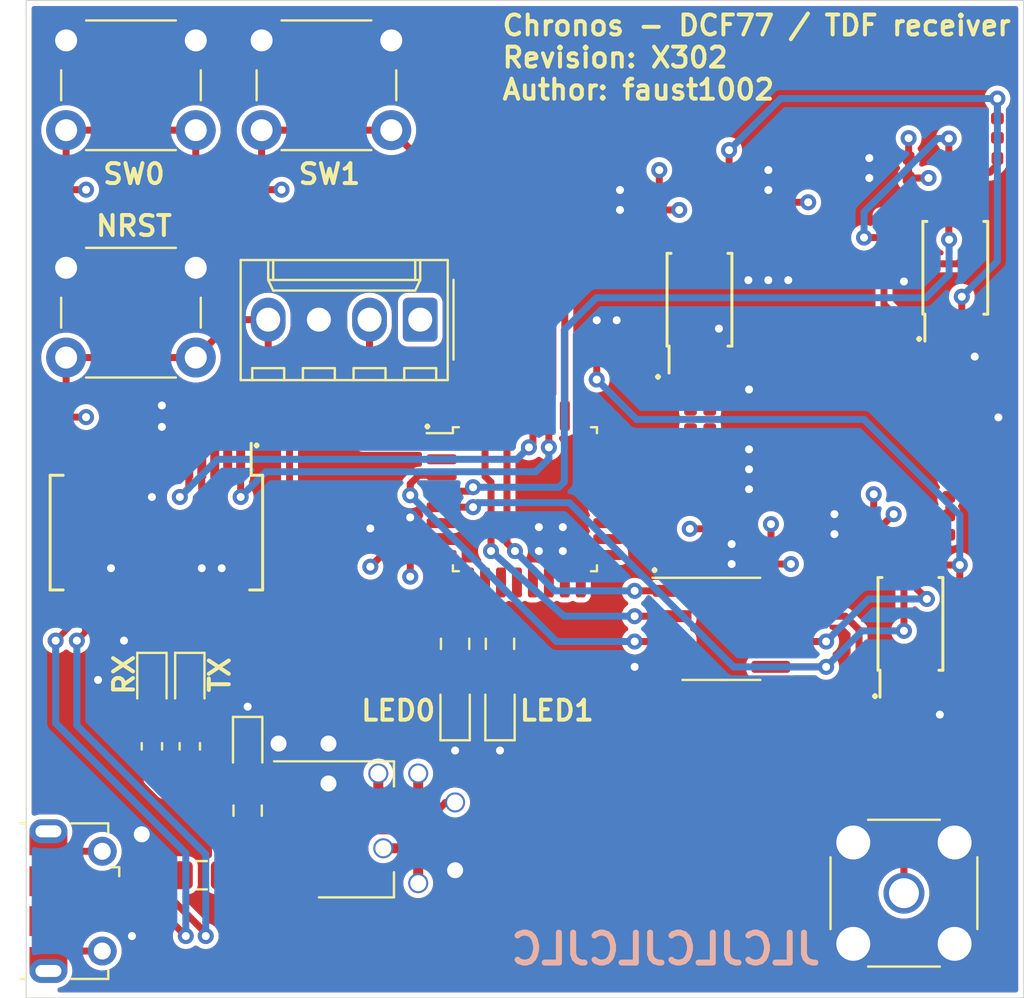
<source format=kicad_pcb>
(kicad_pcb (version 20171130) (host pcbnew "(5.1.5)-3")
  (title_block (title "Chronos - DCF77 / TDF receiver") (date 2020-05-23) (rev X302) (comment 4 "Author: faust1002"))
  (layers (0 F.Cu signal) (1 GND signal) (2 3V3 signal) (31 B.Cu signal) (34 B.Paste user) (35 F.Paste user) (36 B.SilkS user) (37 F.SilkS user) (38 B.Mask user) (39 F.Mask user) (44 Edge.Cuts user))
  (net 0 "")
  (net 1 GND)
  (net 2 "Net-(C1-Pad1)")
  (net 3 +5V)
  (net 4 +3V3)
  (net 5 "Net-(C6-Pad1)")
  (net 6 "Net-(C11-Pad2)")
  (net 7 "Net-(C11-Pad1)")
  (net 8 "Net-(C12-Pad2)")
  (net 9 "Net-(C12-Pad1)")
  (net 10 "Net-(C13-Pad1)")
  (net 11 "Net-(C16-Pad2)")
  (net 12 /ADC1)
  (net 13 "Net-(C17-Pad1)")
  (net 14 "Net-(C20-Pad1)")
  (net 15 "Net-(C21-Pad2)")
  (net 16 "Net-(C21-Pad1)")
  (net 17 "Net-(C22-Pad1)")
  (net 18 "Net-(C23-Pad2)")
  (net 19 /ADC0)
  (net 20 "Net-(C26-Pad1)")
  (net 21 /REF)
  (net 22 "Net-(C30-Pad1)")
  (net 23 /Vbias)
  (net 24 "Net-(D1-Pad2)")
  (net 25 "Net-(D2-Pad2)")
  (net 26 "Net-(D2-Pad1)")
  (net 27 "Net-(D3-Pad2)")
  (net 28 "Net-(D3-Pad1)")
  (net 29 "Net-(D4-Pad2)")
  (net 30 "Net-(D5-Pad2)")
  (net 31 /D+)
  (net 32 /D-)
  (net 33 /NRST)
  (net 34 /SWIM)
  (net 35 /LED0)
  (net 36 /LED1)
  (net 37 /SW0)
  (net 38 /SW1)
  (net 39 "Net-(R16-Pad2)")
  (net 40 /DAC)
  (net 41 "Net-(R20-Pad1)")
  (net 42 "Net-(R21-Pad1)")
  (net 43 "Net-(R23-Pad1)")
  (net 44 "Net-(R27-Pad2)")
  (net 45 /SCK)
  (net 46 /RXD)
  (net 47 /TXD)
  (net 48 /MOSI)
  (net 49 "Net-(J1-Pad6)")
  (net 50 /NSS)
  (module Resistor_SMD:R_0402_1005Metric (layer F.Cu) (at 225 126.4 270)
    (fp_text reference R14)
    (fp_text value 1.5k)
    (pad 2 smd roundrect (at 0.485 0 270) (size 0.59 0.64) (layers F.Cu F.Paste F.Mask) (net 16 "Net-(C21-Pad1)"))
    (pad 1 smd roundrect (at -0.485 0 270) (size 0.59 0.64) (layers F.Cu F.Paste F.Mask) (net 18 "Net-(C23-Pad2)"))
  )
  (module Capacitor_SMD:C_0402_1005Metric (layer F.Cu) (at 186.791249 153.365 90)
    (fp_text reference C1)
    (fp_text value 10nF)
    (pad 2 smd roundrect (at 0.485 0 90) (size 0.59 0.64) (layers F.Cu F.Paste F.Mask) (net 1 GND))
    (pad 1 smd roundrect (at -0.485 0 90) (size 0.59 0.64) (layers F.Cu F.Paste F.Mask) (net 2 "Net-(C1-Pad1)"))
  )
  (module Capacitor_SMD:C_0402_1005Metric (layer F.Cu) (at 227.25 118.4 90)
    (fp_text reference C23)
    (fp_text value 100pF)
    (pad 2 smd roundrect (at 0.485 0 90) (size 0.59 0.64) (layers F.Cu F.Paste F.Mask) (net 18 "Net-(C23-Pad2)"))
    (pad 1 smd roundrect (at -0.485 0 90) (size 0.59 0.64) (layers F.Cu F.Paste F.Mask) (net 19 /ADC0))
  )
  (module Capacitor_SMD:C_0402_1005Metric (layer F.Cu) (at 192.6 154.335 270)
    (fp_text reference C4)
    (fp_text value 10uF)
    (pad 2 smd roundrect (at 0.485 0 270) (size 0.59 0.64) (layers F.Cu F.Paste F.Mask) (net 1 GND))
    (pad 1 smd roundrect (at -0.485 0 270) (size 0.59 0.64) (layers F.Cu F.Paste F.Mask) (net 3 +5V))
  )
  (module Capacitor_SMD:C_0402_1005Metric (layer F.Cu) (at 202.525 152.035 270)
    (fp_text reference C5)
    (fp_text value 10uF)
    (pad 2 smd roundrect (at 0.485 0 270) (size 0.59 0.64) (layers F.Cu F.Paste F.Mask) (net 1 GND))
    (pad 1 smd roundrect (at -0.485 0 270) (size 0.59 0.64) (layers F.Cu F.Paste F.Mask) (net 4 +3V3))
  )
  (module Package_SO:TSSOP-8_4.4x3mm_P0.65mm (layer F.Cu) (at 214.75 125 90)
    (fp_text reference U7)
    (fp_text value TS462CPT)
    (pad 8 smd rect (at 2.95 -0.975 90) (size 1.45 0.45) (layers F.Cu F.Paste F.Mask) (net 4 +3V3))
    (pad 7 smd rect (at 2.95 -0.325 90) (size 1.45 0.45) (layers F.Cu F.Paste F.Mask) (net 44 "Net-(R27-Pad2)"))
    (pad 6 smd rect (at 2.95 0.325 90) (size 1.45 0.45) (layers F.Cu F.Paste F.Mask) (net 44 "Net-(R27-Pad2)"))
    (pad 5 smd rect (at 2.95 0.975 90) (size 1.45 0.45) (layers F.Cu F.Paste F.Mask) (net 20 "Net-(C26-Pad1)"))
    (pad 4 smd rect (at -2.95 0.975 90) (size 1.45 0.45) (layers F.Cu F.Paste F.Mask) (net 1 GND))
    (pad 3 smd rect (at -2.95 0.325 90) (size 1.45 0.45) (layers F.Cu F.Paste F.Mask) (net 42 "Net-(R21-Pad1)"))
    (pad 2 smd rect (at -2.95 -0.325 90) (size 1.45 0.45) (layers F.Cu F.Paste F.Mask) (net 41 "Net-(R20-Pad1)"))
    (pad 1 smd rect (at -2.95 -0.975 90) (size 1.45 0.45) (layers F.Cu F.Paste F.Mask) (net 43 "Net-(R23-Pad1)"))
  )
  (module Package_SO:TSSOP-8_4.4x3mm_P0.65mm (layer F.Cu) (at 227.575 123.4 90)
    (fp_text reference U6)
    (fp_text value TS462CPT)
    (pad 8 smd rect (at 2.95 -0.975 90) (size 1.45 0.45) (layers F.Cu F.Paste F.Mask) (net 4 +3V3))
    (pad 7 smd rect (at 2.95 -0.325 90) (size 1.45 0.45) (layers F.Cu F.Paste F.Mask) (net 19 /ADC0))
    (pad 6 smd rect (at 2.95 0.325 90) (size 1.45 0.45) (layers F.Cu F.Paste F.Mask) (net 39 "Net-(R16-Pad2)"))
    (pad 5 smd rect (at 2.95 0.975 90) (size 1.45 0.45) (layers F.Cu F.Paste F.Mask) (net 17 "Net-(C22-Pad1)"))
    (pad 4 smd rect (at -2.95 0.975 90) (size 1.45 0.45) (layers F.Cu F.Paste F.Mask) (net 1 GND))
    (pad 3 smd rect (at -2.95 0.325 90) (size 1.45 0.45) (layers F.Cu F.Paste F.Mask) (net 21 /REF))
    (pad 2 smd rect (at -2.95 -0.325 90) (size 1.45 0.45) (layers F.Cu F.Paste F.Mask) (net 15 "Net-(C21-Pad2)"))
    (pad 1 smd rect (at -2.95 -0.975 90) (size 1.45 0.45) (layers F.Cu F.Paste F.Mask) (net 16 "Net-(C21-Pad1)"))
  )
  (module Package_SO:SOIC-8_3.9x4.9mm_P1.27mm (layer F.Cu) (at 215.85 141.5)
    (fp_text reference U5)
    (fp_text value MCP41010)
    (pad 8 smd roundrect (at 2.475 -1.905) (size 1.95 0.6) (layers F.Cu F.Paste F.Mask) (net 4 +3V3))
    (pad 7 smd roundrect (at 2.475 -0.635) (size 1.95 0.6) (layers F.Cu F.Paste F.Mask) (net 10 "Net-(C13-Pad1)"))
    (pad 6 smd roundrect (at 2.475 0.635) (size 1.95 0.6) (layers F.Cu F.Paste F.Mask) (net 11 "Net-(C16-Pad2)"))
    (pad 5 smd roundrect (at 2.475 1.905) (size 1.95 0.6) (layers F.Cu F.Paste F.Mask) (net 12 /ADC1))
    (pad 4 smd roundrect (at -2.475 1.905) (size 1.95 0.6) (layers F.Cu F.Paste F.Mask) (net 1 GND))
    (pad 3 smd roundrect (at -2.475 0.635) (size 1.95 0.6) (layers F.Cu F.Paste F.Mask) (net 48 /MOSI))
    (pad 2 smd roundrect (at -2.475 -0.635) (size 1.95 0.6) (layers F.Cu F.Paste F.Mask) (net 45 /SCK))
    (pad 1 smd roundrect (at -2.475 -1.905) (size 1.95 0.6) (layers F.Cu F.Paste F.Mask) (net 50 /NSS))
  )
  (module Package_SO:TSSOP-8_4.4x3mm_P0.65mm (layer F.Cu) (at 225.325 141.25 90)
    (fp_text reference U4)
    (fp_text value TS462CPT)
    (pad 8 smd rect (at 2.95 -0.975 90) (size 1.45 0.45) (layers F.Cu F.Paste F.Mask) (net 4 +3V3))
    (pad 7 smd rect (at 2.95 -0.325 90) (size 1.45 0.45) (layers F.Cu F.Paste F.Mask) (net 12 /ADC1))
    (pad 6 smd rect (at 2.95 0.325 90) (size 1.45 0.45) (layers F.Cu F.Paste F.Mask) (net 11 "Net-(C16-Pad2)"))
    (pad 5 smd rect (at 2.95 0.975 90) (size 1.45 0.45) (layers F.Cu F.Paste F.Mask) (net 23 /Vbias))
    (pad 4 smd rect (at -2.95 0.975 90) (size 1.45 0.45) (layers F.Cu F.Paste F.Mask) (net 1 GND))
    (pad 3 smd rect (at -2.95 0.325 90) (size 1.45 0.45) (layers F.Cu F.Paste F.Mask) (net 23 /Vbias))
    (pad 2 smd rect (at -2.95 -0.325 90) (size 1.45 0.45) (layers F.Cu F.Paste F.Mask) (net 8 "Net-(C12-Pad2)"))
    (pad 1 smd rect (at -2.95 -0.975 90) (size 1.45 0.45) (layers F.Cu F.Paste F.Mask) (net 9 "Net-(C12-Pad1)"))
  )
  (module Package_SO:SSOP-28_5.3x10.2mm_P0.65mm (layer F.Cu) (at 187.525 136.675 270)
    (fp_text reference U3)
    (fp_text value FT232RL)
    (pad 28 smd rect (at 3.6 -4.225 270) (size 1.75 0.45) (layers F.Cu F.Paste F.Mask))
    (pad 27 smd rect (at 3.6 -3.575 270) (size 1.75 0.45) (layers F.Cu F.Paste F.Mask))
    (pad 26 smd rect (at 3.6 -2.925 270) (size 1.75 0.45) (layers F.Cu F.Paste F.Mask) (net 1 GND))
    (pad 25 smd rect (at 3.6 -2.275 270) (size 1.75 0.45) (layers F.Cu F.Paste F.Mask) (net 1 GND))
    (pad 24 smd rect (at 3.6 -1.625 270) (size 1.75 0.45) (layers F.Cu F.Paste F.Mask))
    (pad 23 smd rect (at 3.6 -0.975 270) (size 1.75 0.45) (layers F.Cu F.Paste F.Mask) (net 26 "Net-(D2-Pad1)"))
    (pad 22 smd rect (at 3.6 -0.325 270) (size 1.75 0.45) (layers F.Cu F.Paste F.Mask) (net 28 "Net-(D3-Pad1)"))
    (pad 21 smd rect (at 3.6 0.325 270) (size 1.75 0.45) (layers F.Cu F.Paste F.Mask) (net 1 GND))
    (pad 20 smd rect (at 3.6 0.975 270) (size 1.75 0.45) (layers F.Cu F.Paste F.Mask) (net 3 +5V))
    (pad 19 smd rect (at 3.6 1.625 270) (size 1.75 0.45) (layers F.Cu F.Paste F.Mask))
    (pad 18 smd rect (at 3.6 2.275 270) (size 1.75 0.45) (layers F.Cu F.Paste F.Mask) (net 1 GND))
    (pad 17 smd rect (at 3.6 2.925 270) (size 1.75 0.45) (layers F.Cu F.Paste F.Mask) (net 5 "Net-(C6-Pad1)"))
    (pad 16 smd rect (at 3.6 3.575 270) (size 1.75 0.45) (layers F.Cu F.Paste F.Mask) (net 32 /D-))
    (pad 15 smd rect (at 3.6 4.225 270) (size 1.75 0.45) (layers F.Cu F.Paste F.Mask) (net 31 /D+))
    (pad 14 smd rect (at -3.6 4.225 270) (size 1.75 0.45) (layers F.Cu F.Paste F.Mask))
    (pad 13 smd rect (at -3.6 3.575 270) (size 1.75 0.45) (layers F.Cu F.Paste F.Mask))
    (pad 12 smd rect (at -3.6 2.925 270) (size 1.75 0.45) (layers F.Cu F.Paste F.Mask))
    (pad 11 smd rect (at -3.6 2.275 270) (size 1.75 0.45) (layers F.Cu F.Paste F.Mask))
    (pad 10 smd rect (at -3.6 1.625 270) (size 1.75 0.45) (layers F.Cu F.Paste F.Mask))
    (pad 9 smd rect (at -3.6 0.975 270) (size 1.75 0.45) (layers F.Cu F.Paste F.Mask))
    (pad 8 smd rect (at -3.6 0.325 270) (size 1.75 0.45) (layers F.Cu F.Paste F.Mask))
    (pad 7 smd rect (at -3.6 -0.325 270) (size 1.75 0.45) (layers F.Cu F.Paste F.Mask) (net 1 GND))
    (pad 6 smd rect (at -3.6 -0.975 270) (size 1.75 0.45) (layers F.Cu F.Paste F.Mask))
    (pad 5 smd rect (at -3.6 -1.625 270) (size 1.75 0.45) (layers F.Cu F.Paste F.Mask) (net 46 /RXD))
    (pad 4 smd rect (at -3.6 -2.275 270) (size 1.75 0.45) (layers F.Cu F.Paste F.Mask) (net 3 +5V))
    (pad 3 smd rect (at -3.6 -2.925 270) (size 1.75 0.45) (layers F.Cu F.Paste F.Mask))
    (pad 2 smd rect (at -3.6 -3.575 270) (size 1.75 0.45) (layers F.Cu F.Paste F.Mask))
    (pad 1 smd rect (at -3.6 -4.225 270) (size 1.75 0.45) (layers F.Cu F.Paste F.Mask) (net 47 /TXD))
  )
  (module Package_TO_SOT_SMD:SOT-223-3_TabPin2 (layer F.Cu) (at 197.525 151.55)
    (fp_text reference U2)
    (fp_text value AMS1117-3.3)
    (pad 1 smd rect (at -3.15 -2.3) (size 2 1.5) (layers F.Cu F.Paste F.Mask) (net 1 GND))
    (pad 3 smd rect (at -3.15 2.3) (size 2 1.5) (layers F.Cu F.Paste F.Mask) (net 3 +5V))
    (pad 2 smd rect (at -3.15 0) (size 2 1.5) (layers F.Cu F.Paste F.Mask) (net 4 +3V3))
    (pad 2 smd rect (at 3.15 0) (size 2 3.8) (layers F.Cu F.Paste F.Mask) (net 4 +3V3))
  )
  (module Package_QFP:LQFP-32_7x7mm_P0.8mm (layer F.Cu) (at 206 135)
    (fp_text reference U1)
    (fp_text value STM8L151K6T6)
    (pad 32 smd roundrect (at -2.8 -4.175) (size 0.5 1.5) (layers F.Cu F.Paste F.Mask) (net 34 /SWIM))
    (pad 31 smd roundrect (at -2 -4.175) (size 0.5 1.5) (layers F.Cu F.Paste F.Mask) (net 45 /SCK))
    (pad 30 smd roundrect (at -1.2 -4.175) (size 0.5 1.5) (layers F.Cu F.Paste F.Mask) (net 37 /SW0))
    (pad 29 smd roundrect (at -0.4 -4.175) (size 0.5 1.5) (layers F.Cu F.Paste F.Mask) (net 50 /NSS))
    (pad 28 smd roundrect (at 0.4 -4.175) (size 0.5 1.5) (layers F.Cu F.Paste F.Mask) (net 46 /RXD))
    (pad 27 smd roundrect (at 1.2 -4.175) (size 0.5 1.5) (layers F.Cu F.Paste F.Mask) (net 47 /TXD))
    (pad 26 smd roundrect (at 2 -4.175) (size 0.5 1.5) (layers F.Cu F.Paste F.Mask) (net 38 /SW1))
    (pad 25 smd roundrect (at 2.8 -4.175) (size 0.5 1.5) (layers F.Cu F.Paste F.Mask))
    (pad 24 smd roundrect (at 4.175 -2.8) (size 1.5 0.5) (layers F.Cu F.Paste F.Mask))
    (pad 23 smd roundrect (at 4.175 -2) (size 1.5 0.5) (layers F.Cu F.Paste F.Mask))
    (pad 22 smd roundrect (at 4.175 -1.2) (size 1.5 0.5) (layers F.Cu F.Paste F.Mask))
    (pad 21 smd roundrect (at 4.175 -0.4) (size 1.5 0.5) (layers F.Cu F.Paste F.Mask))
    (pad 20 smd roundrect (at 4.175 0.4) (size 1.5 0.5) (layers F.Cu F.Paste F.Mask))
    (pad 19 smd roundrect (at 4.175 1.2) (size 1.5 0.5) (layers F.Cu F.Paste F.Mask) (net 40 /DAC))
    (pad 18 smd roundrect (at 4.175 2) (size 1.5 0.5) (layers F.Cu F.Paste F.Mask))
    (pad 17 smd roundrect (at 4.175 2.8) (size 1.5 0.5) (layers F.Cu F.Paste F.Mask))
    (pad 16 smd roundrect (at 2.8 4.175) (size 0.5 1.5) (layers F.Cu F.Paste F.Mask))
    (pad 15 smd roundrect (at 2 4.175) (size 0.5 1.5) (layers F.Cu F.Paste F.Mask))
    (pad 14 smd roundrect (at 1.2 4.175) (size 0.5 1.5) (layers F.Cu F.Paste F.Mask))
    (pad 13 smd roundrect (at 0.4 4.175) (size 0.5 1.5) (layers F.Cu F.Paste F.Mask))
    (pad 12 smd roundrect (at -0.4 4.175) (size 0.5 1.5) (layers F.Cu F.Paste F.Mask))
    (pad 11 smd roundrect (at -1.2 4.175) (size 0.5 1.5) (layers F.Cu F.Paste F.Mask))
    (pad 10 smd roundrect (at -2 4.175) (size 0.5 1.5) (layers F.Cu F.Paste F.Mask) (net 36 /LED1))
    (pad 9 smd roundrect (at -2.8 4.175) (size 0.5 1.5) (layers F.Cu F.Paste F.Mask) (net 35 /LED0))
    (pad 8 smd roundrect (at -4.175 2.8) (size 1.5 0.5) (layers F.Cu F.Paste F.Mask) (net 4 +3V3))
    (pad 7 smd roundrect (at -4.175 2) (size 1.5 0.5) (layers F.Cu F.Paste F.Mask) (net 1 GND))
    (pad 6 smd roundrect (at -4.175 1.2) (size 1.5 0.5) (layers F.Cu F.Paste F.Mask))
    (pad 5 smd roundrect (at -4.175 0.4) (size 1.5 0.5) (layers F.Cu F.Paste F.Mask) (net 12 /ADC1))
    (pad 4 smd roundrect (at -4.175 -0.4) (size 1.5 0.5) (layers F.Cu F.Paste F.Mask) (net 19 /ADC0))
    (pad 3 smd roundrect (at -4.175 -1.2) (size 1.5 0.5) (layers F.Cu F.Paste F.Mask) (net 48 /MOSI))
    (pad 2 smd roundrect (at -4.175 -2) (size 1.5 0.5) (layers F.Cu F.Paste F.Mask))
    (pad 1 smd roundrect (at -4.175 -2.8) (size 1.5 0.5) (layers F.Cu F.Paste F.Mask) (net 33 /NRST))
  )
  (module Button_Switch_THT:SW_PUSH_6mm (layer F.Cu) (at 192.8 112)
    (fp_text reference SW3)
    (fp_text value SW_Push)
    (pad 1 thru_hole circle (at 6.5 0 90) (size 2 2) (drill 1.1) (layers *.Cu *.Mask) (net 1 GND))
    (pad 2 thru_hole circle (at 6.5 4.5 90) (size 2 2) (drill 1.1) (layers *.Cu *.Mask) (net 38 /SW1))
    (pad 1 thru_hole circle (at 0 0 90) (size 2 2) (drill 1.1) (layers *.Cu *.Mask) (net 1 GND))
    (pad 2 thru_hole circle (at 0 4.5 90) (size 2 2) (drill 1.1) (layers *.Cu *.Mask) (net 38 /SW1))
  )
  (module Button_Switch_THT:SW_PUSH_6mm (layer F.Cu) (at 183 112)
    (fp_text reference SW2)
    (fp_text value SW_Push)
    (pad 1 thru_hole circle (at 6.5 0 90) (size 2 2) (drill 1.1) (layers *.Cu *.Mask) (net 1 GND))
    (pad 2 thru_hole circle (at 6.5 4.5 90) (size 2 2) (drill 1.1) (layers *.Cu *.Mask) (net 37 /SW0))
    (pad 1 thru_hole circle (at 0 0 90) (size 2 2) (drill 1.1) (layers *.Cu *.Mask) (net 1 GND))
    (pad 2 thru_hole circle (at 0 4.5 90) (size 2 2) (drill 1.1) (layers *.Cu *.Mask) (net 37 /SW0))
  )
  (module Button_Switch_THT:SW_PUSH_6mm (layer F.Cu) (at 183 123.4)
    (fp_text reference SW1)
    (fp_text value SW_Push)
    (pad 1 thru_hole circle (at 6.5 0 90) (size 2 2) (drill 1.1) (layers *.Cu *.Mask) (net 1 GND))
    (pad 2 thru_hole circle (at 6.5 4.5 90) (size 2 2) (drill 1.1) (layers *.Cu *.Mask) (net 33 /NRST))
    (pad 1 thru_hole circle (at 0 0 90) (size 2 2) (drill 1.1) (layers *.Cu *.Mask) (net 1 GND))
    (pad 2 thru_hole circle (at 0 4.5 90) (size 2 2) (drill 1.1) (layers *.Cu *.Mask) (net 33 /NRST))
  )
  (module Resistor_SMD:R_0402_1005Metric (layer F.Cu) (at 215.75 120.5 180)
    (fp_text reference R27)
    (fp_text value 100)
    (pad 2 smd roundrect (at 0.485 0 180) (size 0.59 0.64) (layers F.Cu F.Paste F.Mask) (net 44 "Net-(R27-Pad2)"))
    (pad 1 smd roundrect (at -0.485 0 180) (size 0.59 0.64) (layers F.Cu F.Paste F.Mask) (net 21 /REF))
  )
  (module Resistor_SMD:R_0402_1005Metric (layer F.Cu) (at 219.2 122.535 270)
    (fp_text reference R26)
    (fp_text value 20k)
    (pad 2 smd roundrect (at 0.485 0 270) (size 0.59 0.64) (layers F.Cu F.Paste F.Mask) (net 1 GND))
    (pad 1 smd roundrect (at -0.485 0 270) (size 0.59 0.64) (layers F.Cu F.Paste F.Mask) (net 20 "Net-(C26-Pad1)"))
  )
  (module Resistor_SMD:R_0402_1005Metric (layer F.Cu) (at 219.2 120.6 270)
    (fp_text reference R25)
    (fp_text value 20k)
    (pad 2 smd roundrect (at 0.485 0 270) (size 0.59 0.64) (layers F.Cu F.Paste F.Mask) (net 20 "Net-(C26-Pad1)"))
    (pad 1 smd roundrect (at -0.485 0 270) (size 0.59 0.64) (layers F.Cu F.Paste F.Mask) (net 4 +3V3))
  )
  (module Resistor_SMD:R_0402_1005Metric (layer F.Cu) (at 212 128)
    (fp_text reference R24)
    (fp_text value 100)
    (pad 2 smd roundrect (at 0.485 0) (size 0.59 0.64) (layers F.Cu F.Paste F.Mask) (net 43 "Net-(R23-Pad1)"))
    (pad 1 smd roundrect (at -0.485 0) (size 0.59 0.64) (layers F.Cu F.Paste F.Mask) (net 23 /Vbias))
  )
  (module Resistor_SMD:R_0402_1005Metric (layer F.Cu) (at 213.85 129.5)
    (fp_text reference R23)
    (fp_text value 20k)
    (pad 2 smd roundrect (at 0.485 0) (size 0.59 0.64) (layers F.Cu F.Paste F.Mask) (net 41 "Net-(R20-Pad1)"))
    (pad 1 smd roundrect (at -0.485 0) (size 0.59 0.64) (layers F.Cu F.Paste F.Mask) (net 43 "Net-(R23-Pad1)"))
  )
  (module Resistor_SMD:R_0402_1005Metric (layer F.Cu) (at 215.75 129.5)
    (fp_text reference R22)
    (fp_text value 20k)
    (pad 2 smd roundrect (at 0.485 0) (size 0.59 0.64) (layers F.Cu F.Paste F.Mask) (net 1 GND))
    (pad 1 smd roundrect (at -0.485 0) (size 0.59 0.64) (layers F.Cu F.Paste F.Mask) (net 42 "Net-(R21-Pad1)"))
  )
  (module Resistor_SMD:R_0402_1005Metric (layer F.Cu) (at 215.265 131 270)
    (fp_text reference R21)
    (fp_text value 20k)
    (pad 2 smd roundrect (at 0.485 0 270) (size 0.59 0.64) (layers F.Cu F.Paste F.Mask) (net 22 "Net-(C30-Pad1)"))
    (pad 1 smd roundrect (at -0.485 0 270) (size 0.59 0.64) (layers F.Cu F.Paste F.Mask) (net 42 "Net-(R21-Pad1)"))
  )
  (module Resistor_SMD:R_0402_1005Metric (layer F.Cu) (at 214.3 131 270)
    (fp_text reference R20)
    (fp_text value 20k)
    (pad 2 smd roundrect (at 0.485 0 270) (size 0.59 0.64) (layers F.Cu F.Paste F.Mask) (net 40 /DAC))
    (pad 1 smd roundrect (at -0.485 0 270) (size 0.59 0.64) (layers F.Cu F.Paste F.Mask) (net 41 "Net-(R20-Pad1)"))
  )
  (module Resistor_SMD:R_0402_1005Metric (layer F.Cu) (at 215.75 134.5)
    (fp_text reference R19)
    (fp_text value 20k)
    (pad 2 smd roundrect (at 0.485 0) (size 0.59 0.64) (layers F.Cu F.Paste F.Mask) (net 1 GND))
    (pad 1 smd roundrect (at -0.485 0) (size 0.59 0.64) (layers F.Cu F.Paste F.Mask) (net 22 "Net-(C30-Pad1)"))
  )
  (module Resistor_SMD:R_0402_1005Metric (layer F.Cu) (at 215.265 136 90)
    (fp_text reference R18)
    (fp_text value 20k)
    (pad 2 smd roundrect (at 0.485 0 90) (size 0.59 0.64) (layers F.Cu F.Paste F.Mask) (net 22 "Net-(C30-Pad1)"))
    (pad 1 smd roundrect (at -0.485 0 90) (size 0.59 0.64) (layers F.Cu F.Paste F.Mask) (net 4 +3V3))
  )
  (module Resistor_SMD:R_0402_1005Metric (layer F.Cu) (at 229.685 116.4 90)
    (fp_text reference R17)
    (fp_text value 470)
    (pad 1 smd roundrect (at -0.485 0 90) (size 0.59 0.64) (layers F.Cu F.Paste F.Mask) (net 39 "Net-(R16-Pad2)"))
    (pad 2 smd roundrect (at 0.485 0 90) (size 0.59 0.64) (layers F.Cu F.Paste F.Mask) (net 21 /REF))
  )
  (module Resistor_SMD:R_0402_1005Metric (layer F.Cu) (at 229.2 117.915)
    (fp_text reference R16)
    (fp_text value 6.8k)
    (pad 1 smd roundrect (at -0.485 0) (size 0.59 0.64) (layers F.Cu F.Paste F.Mask) (net 19 /ADC0))
    (pad 2 smd roundrect (at 0.485 0) (size 0.59 0.64) (layers F.Cu F.Paste F.Mask) (net 39 "Net-(R16-Pad2)"))
  )
  (module Resistor_SMD:R_0402_1005Metric (layer F.Cu) (at 224 121.4 270)
    (fp_text reference R15)
    (fp_text value 33k)
    (pad 2 smd roundrect (at 0.485 0 270) (size 0.59 0.64) (layers F.Cu F.Paste F.Mask) (net 18 "Net-(C23-Pad2)"))
    (pad 1 smd roundrect (at -0.485 0 270) (size 0.59 0.64) (layers F.Cu F.Paste F.Mask) (net 17 "Net-(C22-Pad1)"))
  )
  (module Resistor_SMD:R_0402_1005Metric (layer F.Cu) (at 227.25 129.4 270)
    (fp_text reference R13)
    (fp_text value 470)
    (pad 2 smd roundrect (at 0.485 0 270) (size 0.59 0.64) (layers F.Cu F.Paste F.Mask) (net 14 "Net-(C20-Pad1)"))
    (pad 1 smd roundrect (at -0.485 0 270) (size 0.59 0.64) (layers F.Cu F.Paste F.Mask) (net 15 "Net-(C21-Pad2)"))
  )
  (module Resistor_SMD:R_0402_1005Metric (layer F.Cu) (at 226.25 130.9)
    (fp_text reference R12)
    (fp_text value 6.8k)
    (pad 2 smd roundrect (at 0.485 0) (size 0.59 0.64) (layers F.Cu F.Paste F.Mask) (net 14 "Net-(C20-Pad1)"))
    (pad 1 smd roundrect (at -0.485 0) (size 0.59 0.64) (layers F.Cu F.Paste F.Mask) (net 16 "Net-(C21-Pad1)"))
  )
  (module Resistor_SMD:R_0402_1005Metric (layer F.Cu) (at 227.25 132.4 270)
    (fp_text reference R11)
    (fp_text value 680)
    (pad 2 smd roundrect (at 0.485 0 270) (size 0.59 0.64) (layers F.Cu F.Paste F.Mask) (net 13 "Net-(C17-Pad1)"))
    (pad 1 smd roundrect (at -0.485 0 270) (size 0.59 0.64) (layers F.Cu F.Paste F.Mask) (net 14 "Net-(C20-Pad1)"))
  )
  (module Resistor_SMD:R_0402_1005Metric (layer F.Cu) (at 222.75 145.985 90)
    (fp_text reference R10)
    (fp_text value 33k)
    (pad 2 smd roundrect (at 0.485 0 90) (size 0.59 0.64) (layers F.Cu F.Paste F.Mask) (net 9 "Net-(C12-Pad1)"))
    (pad 1 smd roundrect (at -0.485 0 90) (size 0.59 0.64) (layers F.Cu F.Paste F.Mask) (net 8 "Net-(C12-Pad2)"))
  )
  (module Resistor_SMD:R_0402_1005Metric (layer F.Cu) (at 225 147.3 90)
    (fp_text reference R9)
    (fp_text value 1k)
    (pad 2 smd roundrect (at 0.485 0 90) (size 0.59 0.64) (layers F.Cu F.Paste F.Mask) (net 8 "Net-(C12-Pad2)"))
    (pad 1 smd roundrect (at -0.485 0 90) (size 0.59 0.64) (layers F.Cu F.Paste F.Mask) (net 6 "Net-(C11-Pad2)"))
  )
  (module Resistor_SMD:R_0402_1005Metric (layer F.Cu) (at 192.8 119 270)
    (fp_text reference R8)
    (fp_text value 1k)
    (pad 2 smd roundrect (at 0.485 0 270) (size 0.59 0.64) (layers F.Cu F.Paste F.Mask) (net 4 +3V3))
    (pad 1 smd roundrect (at -0.485 0 270) (size 0.59 0.64) (layers F.Cu F.Paste F.Mask) (net 38 /SW1))
  )
  (module Resistor_SMD:R_0402_1005Metric (layer F.Cu) (at 183 119 270)
    (fp_text reference R7)
    (fp_text value 1k)
    (pad 2 smd roundrect (at 0.485 0 270) (size 0.59 0.64) (layers F.Cu F.Paste F.Mask) (net 4 +3V3))
    (pad 1 smd roundrect (at -0.485 0 270) (size 0.59 0.64) (layers F.Cu F.Paste F.Mask) (net 37 /SW0))
  )
  (module Resistor_SMD:R_0805_2012Metric (layer F.Cu) (at 204.75 142.25 270)
    (fp_text reference R6)
    (fp_text value 56)
    (pad 2 smd roundrect (at 0.9375 0 270) (size 0.975 1.4) (layers F.Cu F.Paste F.Mask) (net 30 "Net-(D5-Pad2)"))
    (pad 1 smd roundrect (at -0.9375 0 270) (size 0.975 1.4) (layers F.Cu F.Paste F.Mask) (net 36 /LED1))
  )
  (module Resistor_SMD:R_0805_2012Metric (layer F.Cu) (at 202.5 142.25 270)
    (fp_text reference R5)
    (fp_text value 56)
    (pad 2 smd roundrect (at 0.9375 0 270) (size 0.975 1.4) (layers F.Cu F.Paste F.Mask) (net 29 "Net-(D4-Pad2)"))
    (pad 1 smd roundrect (at -0.9375 0 270) (size 0.975 1.4) (layers F.Cu F.Paste F.Mask) (net 35 /LED0))
  )
  (module Resistor_SMD:R_0402_1005Metric (layer F.Cu) (at 183 130.4 90)
    (fp_text reference R4)
    (fp_text value 1k)
    (pad 2 smd roundrect (at 0.485 0 90) (size 0.59 0.64) (layers F.Cu F.Paste F.Mask) (net 33 /NRST))
    (pad 1 smd roundrect (at -0.485 0 90) (size 0.59 0.64) (layers F.Cu F.Paste F.Mask) (net 4 +3V3))
  )
  (module Resistor_SMD:R_0603_1608Metric (layer F.Cu) (at 187.3 147.3875 90)
    (fp_text reference R3)
    (fp_text value 270)
    (pad 1 smd roundrect (at -0.7875 0 90) (size 0.875 0.95) (layers F.Cu F.Paste F.Mask) (net 3 +5V))
    (pad 2 smd roundrect (at 0.7875 0 90) (size 0.875 0.95) (layers F.Cu F.Paste F.Mask) (net 27 "Net-(D3-Pad2)"))
  )
  (module Resistor_SMD:R_0603_1608Metric (layer F.Cu) (at 189.2 147.3875 90)
    (fp_text reference R2)
    (fp_text value 270)
    (pad 2 smd roundrect (at 0.7875 0 90) (size 0.875 0.95) (layers F.Cu F.Paste F.Mask) (net 25 "Net-(D2-Pad2)"))
    (pad 1 smd roundrect (at -0.7875 0 90) (size 0.875 0.95) (layers F.Cu F.Paste F.Mask) (net 3 +5V))
  )
  (module Resistor_SMD:R_0805_2012Metric (layer F.Cu) (at 192.1 150.6125 90)
    (fp_text reference R1)
    (fp_text value 56)
    (pad 2 smd roundrect (at 0.9375 0 90) (size 0.975 1.4) (layers F.Cu F.Paste F.Mask) (net 24 "Net-(D1-Pad2)"))
    (pad 1 smd roundrect (at -0.9375 0 90) (size 0.975 1.4) (layers F.Cu F.Paste F.Mask) (net 4 +3V3))
  )
  (module Connector_Coaxial:SMA_Amphenol_132134_Vertical (layer F.Cu) (at 225 154.75)
    (fp_text reference J3)
    (fp_text value Input)
    (pad 2 thru_hole circle (at -2.54 2.54) (size 2.25 2.25) (drill 1.7) (layers *.Cu *.Mask) (net 1 GND))
    (pad 2 thru_hole circle (at -2.54 -2.54) (size 2.25 2.25) (drill 1.7) (layers *.Cu *.Mask) (net 1 GND))
    (pad 2 thru_hole circle (at 2.54 -2.54) (size 2.25 2.25) (drill 1.7) (layers *.Cu *.Mask) (net 1 GND))
    (pad 2 thru_hole circle (at 2.54 2.54) (size 2.25 2.25) (drill 1.7) (layers *.Cu *.Mask) (net 1 GND))
    (pad 1 thru_hole circle (at 0 0) (size 2.05 2.05) (drill 1.5) (layers *.Cu *.Mask) (net 7 "Net-(C11-Pad1)"))
  )
  (module Connector_Molex:Molex_KK-254_AE-6410-04A_1x04_P2.54mm_Vertical (layer F.Cu) (at 200.75 126 180)
    (fp_text reference J2)
    (fp_text value Conn_01x04)
    (pad 4 thru_hole oval (at 7.62 0 180) (size 1.74 2.2) (drill 1.2) (layers *.Cu *.Mask) (net 33 /NRST))
    (pad 3 thru_hole oval (at 5.08 0 180) (size 1.74 2.2) (drill 1.2) (layers *.Cu *.Mask) (net 1 GND))
    (pad 2 thru_hole oval (at 2.54 0 180) (size 1.74 2.2) (drill 1.2) (layers *.Cu *.Mask) (net 34 /SWIM))
    (pad 1 thru_hole roundrect (at 0 0 180) (size 1.74 2.2) (drill 1.2) (layers *.Cu *.Mask) (roundrect_rratio 0.143678) (net 4 +3V3))
  )
  (module Connector_USB:USB_Micro-B_Molex-105017-0001 (layer F.Cu) (at 183.35 155.15 270)
    (fp_text reference J1)
    (fp_text value USB_B_Micro)
    (pad 6 smd rect (at -2.9 1.2375 270) (size 1.2 1.9) (layers F.Cu F.Mask) (net 49 "Net-(J1-Pad6)"))
    (pad 6 smd rect (at 2.9 1.2375 270) (size 1.2 1.9) (layers F.Cu F.Mask) (net 49 "Net-(J1-Pad6)"))
    (pad 6 thru_hole oval (at 3.5 1.2375 270) (size 1.2 1.9) (drill oval 0.6 1.3) (layers *.Cu *.Mask) (net 49 "Net-(J1-Pad6)"))
    (pad 6 thru_hole oval (at -3.5 1.2375 90) (size 1.2 1.9) (drill oval 0.6 1.3) (layers *.Cu *.Mask) (net 49 "Net-(J1-Pad6)"))
    (pad 6 smd rect (at -1 1.2375 270) (size 1.5 1.9) (layers F.Cu F.Paste F.Mask) (net 49 "Net-(J1-Pad6)"))
    (pad 6 thru_hole circle (at 2.5 -1.4625 270) (size 1.45 1.45) (drill 0.85) (layers *.Cu *.Mask) (net 49 "Net-(J1-Pad6)"))
    (pad 3 smd rect (at 0 -1.4625 270) (size 0.4 1.35) (layers F.Cu F.Paste F.Mask) (net 31 /D+))
    (pad 4 smd rect (at 0.65 -1.4625 270) (size 0.4 1.35) (layers F.Cu F.Paste F.Mask))
    (pad 5 smd rect (at 1.3 -1.4625 270) (size 0.4 1.35) (layers F.Cu F.Paste F.Mask) (net 1 GND))
    (pad 1 smd rect (at -1.3 -1.4625 270) (size 0.4 1.35) (layers F.Cu F.Paste F.Mask) (net 2 "Net-(C1-Pad1)"))
    (pad 2 smd rect (at -0.65 -1.4625 270) (size 0.4 1.35) (layers F.Cu F.Paste F.Mask) (net 32 /D-))
    (pad 6 thru_hole circle (at -2.5 -1.4625 270) (size 1.45 1.45) (drill 0.85) (layers *.Cu *.Mask) (net 49 "Net-(J1-Pad6)"))
    (pad 6 smd rect (at 1 1.2375 270) (size 1.5 1.9) (layers F.Cu F.Paste F.Mask) (net 49 "Net-(J1-Pad6)"))
  )
  (module Inductor_SMD:L_0805_2012Metric (layer F.Cu) (at 189.8 153.85 180)
    (fp_text reference FB1)
    (fp_text value Ferrite_Bead)
    (pad 2 smd roundrect (at 0.9375 0 180) (size 0.975 1.4) (layers F.Cu F.Paste F.Mask) (net 2 "Net-(C1-Pad1)"))
    (pad 1 smd roundrect (at -0.9375 0 180) (size 0.975 1.4) (layers F.Cu F.Paste F.Mask) (net 3 +5V))
  )
  (module LED_SMD:LED_0603_1608Metric (layer F.Cu) (at 204.75 145.6 90)
    (fp_text reference D5)
    (fp_text value LED)
    (pad 2 smd roundrect (at 0.7875 0 90) (size 0.875 0.95) (layers F.Cu F.Paste F.Mask) (net 30 "Net-(D5-Pad2)"))
    (pad 1 smd roundrect (at -0.7875 0 90) (size 0.875 0.95) (layers F.Cu F.Paste F.Mask) (net 1 GND))
  )
  (module LED_SMD:LED_0603_1608Metric (layer F.Cu) (at 202.5 145.6 90)
    (fp_text reference D4)
    (fp_text value LED)
    (pad 2 smd roundrect (at 0.7875 0 90) (size 0.875 0.95) (layers F.Cu F.Paste F.Mask) (net 29 "Net-(D4-Pad2)"))
    (pad 1 smd roundrect (at -0.7875 0 90) (size 0.875 0.95) (layers F.Cu F.Paste F.Mask) (net 1 GND))
  )
  (module LED_SMD:LED_0603_1608Metric (layer F.Cu) (at 187.3 144.1875 270)
    (fp_text reference D3)
    (fp_text value LED)
    (pad 2 smd roundrect (at 0.7875 0 270) (size 0.875 0.95) (layers F.Cu F.Paste F.Mask) (net 27 "Net-(D3-Pad2)"))
    (pad 1 smd roundrect (at -0.7875 0 270) (size 0.875 0.95) (layers F.Cu F.Paste F.Mask) (net 28 "Net-(D3-Pad1)"))
  )
  (module LED_SMD:LED_0603_1608Metric (layer F.Cu) (at 189.2 144.1875 270)
    (fp_text reference D2)
    (fp_text value LED)
    (pad 2 smd roundrect (at 0.7875 0 270) (size 0.875 0.95) (layers F.Cu F.Paste F.Mask) (net 25 "Net-(D2-Pad2)"))
    (pad 1 smd roundrect (at -0.7875 0 270) (size 0.875 0.95) (layers F.Cu F.Paste F.Mask) (net 26 "Net-(D2-Pad1)"))
  )
  (module LED_SMD:LED_0603_1608Metric (layer F.Cu) (at 192.1 147.4 270)
    (fp_text reference D1)
    (fp_text value LED)
    (pad 2 smd roundrect (at 0.7875 0 270) (size 0.875 0.95) (layers F.Cu F.Paste F.Mask) (net 24 "Net-(D1-Pad2)"))
    (pad 1 smd roundrect (at -0.7875 0 270) (size 0.875 0.95) (layers F.Cu F.Paste F.Mask) (net 1 GND))
  )
  (module Capacitor_SMD:C_0402_1005Metric (layer F.Cu) (at 210.6 127.515 90)
    (fp_text reference C33)
    (fp_text value 100nF)
    (pad 2 smd roundrect (at 0.485 0 90) (size 0.59 0.64) (layers F.Cu F.Paste F.Mask) (net 1 GND))
    (pad 1 smd roundrect (at -0.485 0 90) (size 0.59 0.64) (layers F.Cu F.Paste F.Mask) (net 23 /Vbias))
  )
  (module Capacitor_SMD:C_0402_1005Metric (layer F.Cu) (at 209.6 127.515 90)
    (fp_text reference C32)
    (fp_text value 10uF)
    (pad 2 smd roundrect (at 0.485 0 90) (size 0.59 0.64) (layers F.Cu F.Paste F.Mask) (net 1 GND))
    (pad 1 smd roundrect (at -0.485 0 90) (size 0.59 0.64) (layers F.Cu F.Paste F.Mask) (net 23 /Vbias))
  )
  (module Capacitor_SMD:C_0402_1005Metric (layer F.Cu) (at 215.75 133.5)
    (fp_text reference C31)
    (fp_text value 10uF)
    (pad 2 smd roundrect (at 0.485 0) (size 0.59 0.64) (layers F.Cu F.Paste F.Mask) (net 1 GND))
    (pad 1 smd roundrect (at -0.485 0) (size 0.59 0.64) (layers F.Cu F.Paste F.Mask) (net 22 "Net-(C30-Pad1)"))
  )
  (module Capacitor_SMD:C_0402_1005Metric (layer F.Cu) (at 215.75 132.5)
    (fp_text reference C30)
    (fp_text value 100nF)
    (pad 2 smd roundrect (at 0.485 0) (size 0.59 0.64) (layers F.Cu F.Paste F.Mask) (net 1 GND))
    (pad 1 smd roundrect (at -0.485 0) (size 0.59 0.64) (layers F.Cu F.Paste F.Mask) (net 22 "Net-(C30-Pad1)"))
  )
  (module Capacitor_SMD:C_0402_1005Metric (layer F.Cu) (at 216.72 119.5)
    (fp_text reference C29)
    (fp_text value 100nF)
    (pad 2 smd roundrect (at 0.485 0) (size 0.59 0.64) (layers F.Cu F.Paste F.Mask) (net 1 GND))
    (pad 1 smd roundrect (at -0.485 0) (size 0.59 0.64) (layers F.Cu F.Paste F.Mask) (net 21 /REF))
  )
  (module Capacitor_SMD:C_0402_1005Metric (layer F.Cu) (at 216.72 118.5)
    (fp_text reference C28)
    (fp_text value 10uF)
    (pad 2 smd roundrect (at 0.485 0) (size 0.59 0.64) (layers F.Cu F.Paste F.Mask) (net 1 GND))
    (pad 1 smd roundrect (at -0.485 0) (size 0.59 0.64) (layers F.Cu F.Paste F.Mask) (net 21 /REF))
  )
  (module Capacitor_SMD:C_0402_1005Metric (layer F.Cu) (at 218.2 122.535 270)
    (fp_text reference C27)
    (fp_text value 10uF)
    (pad 2 smd roundrect (at 0.485 0 270) (size 0.59 0.64) (layers F.Cu F.Paste F.Mask) (net 1 GND))
    (pad 1 smd roundrect (at -0.485 0 270) (size 0.59 0.64) (layers F.Cu F.Paste F.Mask) (net 20 "Net-(C26-Pad1)"))
  )
  (module Capacitor_SMD:C_0402_1005Metric (layer F.Cu) (at 217.2 122.535 270)
    (fp_text reference C26)
    (fp_text value 100nF)
    (pad 2 smd roundrect (at 0.485 0 270) (size 0.59 0.64) (layers F.Cu F.Paste F.Mask) (net 1 GND))
    (pad 1 smd roundrect (at -0.485 0 270) (size 0.59 0.64) (layers F.Cu F.Paste F.Mask) (net 20 "Net-(C26-Pad1)"))
  )
  (module Capacitor_SMD:C_0402_1005Metric (layer F.Cu) (at 212.25 119.5 180)
    (fp_text reference C25)
    (fp_text value 4.7uF)
    (pad 2 smd roundrect (at 0.485 0 180) (size 0.59 0.64) (layers F.Cu F.Paste F.Mask) (net 1 GND))
    (pad 1 smd roundrect (at -0.485 0 180) (size 0.59 0.64) (layers F.Cu F.Paste F.Mask) (net 4 +3V3))
  )
  (module Capacitor_SMD:C_0402_1005Metric (layer F.Cu) (at 212.25 120.5 180)
    (fp_text reference C24)
    (fp_text value 100nF)
    (pad 2 smd roundrect (at 0.485 0 180) (size 0.59 0.64) (layers F.Cu F.Paste F.Mask) (net 1 GND))
    (pad 1 smd roundrect (at -0.485 0 180) (size 0.59 0.64) (layers F.Cu F.Paste F.Mask) (net 4 +3V3))
  )
  (module Capacitor_SMD:C_0402_1005Metric (layer F.Cu) (at 225 122.6 270)
    (fp_text reference C22)
    (fp_text value 100pF)
    (pad 2 smd roundrect (at 0.485 0 270) (size 0.59 0.64) (layers F.Cu F.Paste F.Mask) (net 1 GND))
    (pad 1 smd roundrect (at -0.485 0 270) (size 0.59 0.64) (layers F.Cu F.Paste F.Mask) (net 17 "Net-(C22-Pad1)"))
  )
  (module Capacitor_SMD:C_0402_1005Metric (layer F.Cu) (at 226.765 127.9)
    (fp_text reference C21)
    (fp_text value 100pF)
    (pad 2 smd roundrect (at 0.485 0) (size 0.59 0.64) (layers F.Cu F.Paste F.Mask) (net 15 "Net-(C21-Pad2)"))
    (pad 1 smd roundrect (at -0.485 0) (size 0.59 0.64) (layers F.Cu F.Paste F.Mask) (net 16 "Net-(C21-Pad1)"))
  )
  (module Capacitor_SMD:C_0402_1005Metric (layer F.Cu) (at 228.25 130.9)
    (fp_text reference C20)
    (fp_text value 4.7nF)
    (pad 2 smd roundrect (at 0.485 0) (size 0.59 0.64) (layers F.Cu F.Paste F.Mask) (net 1 GND))
    (pad 1 smd roundrect (at -0.485 0) (size 0.59 0.64) (layers F.Cu F.Paste F.Mask) (net 14 "Net-(C20-Pad1)"))
  )
  (module Capacitor_SMD:C_0402_1005Metric (layer F.Cu) (at 224.75 117.9 180)
    (fp_text reference C19)
    (fp_text value 4.7uF)
    (pad 2 smd roundrect (at 0.485 0 180) (size 0.59 0.64) (layers F.Cu F.Paste F.Mask) (net 1 GND))
    (pad 1 smd roundrect (at -0.485 0 180) (size 0.59 0.64) (layers F.Cu F.Paste F.Mask) (net 4 +3V3))
  )
  (module Capacitor_SMD:C_0402_1005Metric (layer F.Cu) (at 224.75 118.9 180)
    (fp_text reference C18)
    (fp_text value 100nF)
    (pad 2 smd roundrect (at 0.485 0 180) (size 0.59 0.64) (layers F.Cu F.Paste F.Mask) (net 1 GND))
    (pad 1 smd roundrect (at -0.485 0 180) (size 0.59 0.64) (layers F.Cu F.Paste F.Mask) (net 4 +3V3))
  )
  (module Capacitor_SMD:C_0402_1005Metric (layer F.Cu) (at 227.25 134.4 270)
    (fp_text reference C17)
    (fp_text value 10nF)
    (pad 2 smd roundrect (at 0.485 0 270) (size 0.59 0.64) (layers F.Cu F.Paste F.Mask) (net 12 /ADC1))
    (pad 1 smd roundrect (at -0.485 0 270) (size 0.59 0.64) (layers F.Cu F.Paste F.Mask) (net 13 "Net-(C17-Pad1)"))
  )
  (module Capacitor_SMD:C_0402_1005Metric (layer F.Cu) (at 227.25 136.3 270)
    (fp_text reference C16)
    (fp_text value 56pF)
    (pad 2 smd roundrect (at 0.485 0 270) (size 0.59 0.64) (layers F.Cu F.Paste F.Mask) (net 11 "Net-(C16-Pad2)"))
    (pad 1 smd roundrect (at -0.485 0 270) (size 0.59 0.64) (layers F.Cu F.Paste F.Mask) (net 12 /ADC1))
  )
  (module Capacitor_SMD:C_0402_1005Metric (layer F.Cu) (at 217.85 137.25 180)
    (fp_text reference C15)
    (fp_text value 4.7uF)
    (pad 2 smd roundrect (at 0.485 0 180) (size 0.59 0.64) (layers F.Cu F.Paste F.Mask) (net 1 GND))
    (pad 1 smd roundrect (at -0.485 0 180) (size 0.59 0.64) (layers F.Cu F.Paste F.Mask) (net 4 +3V3))
  )
  (module Capacitor_SMD:C_0402_1005Metric (layer F.Cu) (at 217.85 138.25 180)
    (fp_text reference C14)
    (fp_text value 100nF)
    (pad 2 smd roundrect (at 0.485 0 180) (size 0.59 0.64) (layers F.Cu F.Paste F.Mask) (net 1 GND))
    (pad 1 smd roundrect (at -0.485 0 180) (size 0.59 0.64) (layers F.Cu F.Paste F.Mask) (net 4 +3V3))
  )
  (module Capacitor_SMD:C_0402_1005Metric (layer F.Cu) (at 222.75 143.7 270)
    (fp_text reference C13)
    (fp_text value 10nF)
    (pad 2 smd roundrect (at 0.485 0 270) (size 0.59 0.64) (layers F.Cu F.Paste F.Mask) (net 9 "Net-(C12-Pad1)"))
    (pad 1 smd roundrect (at -0.485 0 270) (size 0.59 0.64) (layers F.Cu F.Paste F.Mask) (net 10 "Net-(C13-Pad1)"))
  )
  (module Capacitor_SMD:C_0402_1005Metric (layer F.Cu) (at 221.7 145.985 270)
    (fp_text reference C12)
    (fp_text value 56pF)
    (pad 2 smd roundrect (at 0.485 0 270) (size 0.59 0.64) (layers F.Cu F.Paste F.Mask) (net 8 "Net-(C12-Pad2)"))
    (pad 1 smd roundrect (at -0.485 0 270) (size 0.59 0.64) (layers F.Cu F.Paste F.Mask) (net 9 "Net-(C12-Pad1)"))
  )
  (module Capacitor_SMD:C_0402_1005Metric (layer F.Cu) (at 225 149.25 90)
    (fp_text reference C11)
    (fp_text value 10nF)
    (pad 2 smd roundrect (at 0.485 0 90) (size 0.59 0.64) (layers F.Cu F.Paste F.Mask) (net 6 "Net-(C11-Pad2)"))
    (pad 1 smd roundrect (at -0.485 0 90) (size 0.59 0.64) (layers F.Cu F.Paste F.Mask) (net 7 "Net-(C11-Pad1)"))
  )
  (module Capacitor_SMD:C_0402_1005Metric (layer F.Cu) (at 223 135.75 180)
    (fp_text reference C10)
    (fp_text value 4.7uF)
    (pad 2 smd roundrect (at 0.485 0 180) (size 0.59 0.64) (layers F.Cu F.Paste F.Mask) (net 1 GND))
    (pad 1 smd roundrect (at -0.485 0 180) (size 0.59 0.64) (layers F.Cu F.Paste F.Mask) (net 4 +3V3))
  )
  (module Capacitor_SMD:C_0402_1005Metric (layer F.Cu) (at 223 136.75 180)
    (fp_text reference C9)
    (fp_text value 100nF)
    (pad 2 smd roundrect (at 0.485 0 180) (size 0.59 0.64) (layers F.Cu F.Paste F.Mask) (net 1 GND))
    (pad 1 smd roundrect (at -0.485 0 180) (size 0.59 0.64) (layers F.Cu F.Paste F.Mask) (net 4 +3V3))
  )
  (module Capacitor_SMD:C_0402_1005Metric (layer F.Cu) (at 199.25 137.4 90)
    (fp_text reference C8)
    (fp_text value 4.7uF)
    (pad 2 smd roundrect (at 0.485 0 90) (size 0.59 0.64) (layers F.Cu F.Paste F.Mask) (net 1 GND))
    (pad 1 smd roundrect (at -0.485 0 90) (size 0.59 0.64) (layers F.Cu F.Paste F.Mask) (net 4 +3V3))
  )
  (module Capacitor_SMD:C_0402_1005Metric (layer F.Cu) (at 200.25 137.4 90)
    (fp_text reference C7)
    (fp_text value 100nF)
    (pad 2 smd roundrect (at 0.485 0 90) (size 0.59 0.64) (layers F.Cu F.Paste F.Mask) (net 1 GND))
    (pad 1 smd roundrect (at -0.485 0 90) (size 0.59 0.64) (layers F.Cu F.Paste F.Mask) (net 4 +3V3))
  )
  (module Capacitor_SMD:C_0402_1005Metric (layer F.Cu) (at 184.6 142.575 270)
    (fp_text reference C6)
    (fp_text value 100nF)
    (pad 2 smd roundrect (at 0.485 0 270) (size 0.59 0.64) (layers F.Cu F.Paste F.Mask) (net 1 GND))
    (pad 1 smd roundrect (at -0.485 0 270) (size 0.59 0.64) (layers F.Cu F.Paste F.Mask) (net 5 "Net-(C6-Pad1)"))
  )
  (module Capacitor_SMD:C_0402_1005Metric (layer F.Cu) (at 189.315 130.3 180)
    (fp_text reference C3)
    (fp_text value 4.7uF)
    (pad 2 smd roundrect (at 0.485 0 180) (size 0.59 0.64) (layers F.Cu F.Paste F.Mask) (net 1 GND))
    (pad 1 smd roundrect (at -0.485 0 180) (size 0.59 0.64) (layers F.Cu F.Paste F.Mask) (net 3 +5V))
  )
  (module Capacitor_SMD:C_0402_1005Metric (layer F.Cu) (at 189.315 131.375 180)
    (fp_text reference C2)
    (fp_text value 100nF)
    (pad 2 smd roundrect (at 0.485 0 180) (size 0.59 0.64) (layers F.Cu F.Paste F.Mask) (net 1 GND))
    (pad 1 smd roundrect (at -0.485 0 180) (size 0.59 0.64) (layers F.Cu F.Paste F.Mask) (net 3 +5V))
  )
  (gr_text JLCJLCJLCJLC (at 213.06 157.550001) (layer B.SilkS) (effects (font (size 1.5 1.5) (thickness 0.3)) (justify mirror)))
  (gr_text . (at 212.67 128.46) (layer F.SilkS) (effects (font (size 1 1) (thickness 0.2))))
  (gr_text . (at 225.76 126.56) (layer F.SilkS) (effects (font (size 1 1) (thickness 0.2))))
  (gr_text . (at 223.55 144.47) (layer F.SilkS) (effects (font (size 1 1) (thickness 0.2))))
  (gr_text . (at 212.5 138.15) (layer F.SilkS) (effects (font (size 1 1) (thickness 0.2))))
  (gr_text . (at 201.11 130.95) (layer F.SilkS) (effects (font (size 1 1) (thickness 0.2))))
  (gr_text . (at 192.55 131.9) (layer F.SilkS) (effects (font (size 1 1) (thickness 0.2))))
  (gr_text "Chronos - DCF77 / TDF receiver\nRevision: X302\nAuthor: faust1002" (at 204.77 112.86) (layer F.SilkS) (effects (font (size 1 1) (thickness 0.2)) (justify left)))
  (gr_text LED0 (at 199.65 145.6) (layer F.SilkS) (effects (font (size 1 1) (thickness 0.2))))
  (gr_text LED1 (at 207.6 145.6) (layer F.SilkS) (effects (font (size 1 1) (thickness 0.2))))
  (gr_text SW1 (at 196.2 118.7) (layer F.SilkS) (effects (font (size 1 1) (thickness 0.2))))
  (gr_text SW0 (at 186.4 118.7) (layer F.SilkS) (effects (font (size 1 1) (thickness 0.2))))
  (gr_text NRST (at 186.4 121.3) (layer F.SilkS) (effects (font (size 1 1) (thickness 0.2))))
  (gr_text RX (at 185.9 143.8 90) (layer F.SilkS) (effects (font (size 1 1) (thickness 0.2))))
  (gr_text TX (at 190.7 143.8 90) (layer F.SilkS) (effects (font (size 1 1) (thickness 0.2))))
  (gr_line (start 181 160) (end 181 110) (layer Edge.Cuts) (width 0.05))
  (gr_line (start 231 160) (end 181 160) (layer Edge.Cuts) (width 0.05))
  (gr_line (start 231 110) (end 231 160) (layer Edge.Cuts) (width 0.05))
  (gr_line (start 181 110) (end 231 110) (layer Edge.Cuts) (width 0.05))
  (via (at 223.265 117.9) (size 0.8) (drill 0.4) (layers F.Cu B.Cu) (net 1))
  (via (at 223.265 118.9) (size 0.8) (drill 0.4) (layers F.Cu B.Cu) (net 1))
  (via (at 184.6 144.06) (size 0.8) (drill 0.4) (layers F.Cu B.Cu) (net 1))
  (via (at 190.8 138.46) (size 0.8) (drill 0.4) (layers F.Cu B.Cu) (net 1))
  (via (at 189.8 138.46) (size 0.8) (drill 0.4) (layers F.Cu B.Cu) (net 1))
  (segment (start 184.6 143.06) (end 184.6 144.06) (width 0.3) (layer F.Cu) (net 1))
  (via (at 192.1 145.4) (size 0.8) (drill 0.4) (layers F.Cu B.Cu) (net 1))
  (segment (start 192.1 146.6125) (end 192.1 145.4) (width 0.35) (layer F.Cu) (net 1))
  (via (at 193.65 147.25) (size 1) (drill 0.8) (layers F.Cu B.Cu) (net 1))
  (segment (start 193.65 148.525) (end 194.375 149.25) (width 0.5) (layer F.Cu) (net 1))
  (segment (start 193.65 147.25) (end 193.65 148.525) (width 0.5) (layer F.Cu) (net 1))
  (via (at 196.15 149.25) (size 1) (drill 0.8) (layers F.Cu B.Cu) (net 1))
  (segment (start 196.15 149.25) (end 194.375 149.25) (width 0.5) (layer F.Cu) (net 1))
  (via (at 202.5 153.6) (size 1) (drill 0.8) (layers F.Cu B.Cu) (net 1))
  (segment (start 202.525 153.575) (end 202.5 153.6) (width 0.5) (layer F.Cu) (net 1))
  (segment (start 202.525 152.52) (end 202.525 153.575) (width 0.5) (layer F.Cu) (net 1))
  (segment (start 194.9 148.725) (end 194.375 149.25) (width 0.5) (layer F.Cu) (net 1))
  (via (at 196.15 147.25) (size 1) (drill 0.8) (layers F.Cu B.Cu) (net 1))
  (segment (start 196.15 147.25) (end 194.9 148.725) (width 0.5) (layer F.Cu) (net 1))
  (via (at 186.791249 151.8) (size 1) (drill 0.8) (layers F.Cu B.Cu) (net 1))
  (via (at 187.8 130.3) (size 0.8) (drill 0.4) (layers F.Cu B.Cu) (net 1))
  (via (at 187.8 131.375) (size 0.8) (drill 0.4) (layers F.Cu B.Cu) (net 1))
  (segment (start 187.8 130.3) (end 188.83 130.3) (width 0.35) (layer F.Cu) (net 1))
  (segment (start 187.8 131.375) (end 188.83 131.375) (width 0.5) (layer F.Cu) (net 1))
  (via (at 185.25 138.46) (size 0.8) (drill 0.4) (layers F.Cu B.Cu) (net 1))
  (segment (start 185.25 138.46) (end 185.25 140.275) (width 0.35) (layer F.Cu) (net 1))
  (via (at 187.3 134.89) (size 0.8) (drill 0.4) (layers F.Cu B.Cu) (net 1))
  (via (at 200.25 135.915) (size 0.8) (drill 0.4) (layers F.Cu B.Cu) (net 1))
  (via (at 198.25 136.465) (size 0.8) (drill 0.4) (layers F.Cu B.Cu) (net 1))
  (segment (start 200.25 135.915) (end 200.25 136.915) (width 0.35) (layer F.Cu) (net 1))
  (segment (start 201.74 136.915) (end 201.825 137) (width 0.35) (layer F.Cu) (net 1))
  (segment (start 198.785 137) (end 198.25 136.465) (width 0.35) (layer F.Cu) (net 1))
  (segment (start 201.825 137) (end 198.785 137) (width 0.35) (layer F.Cu) (net 1))
  (via (at 204.75 147.6) (size 0.8) (drill 0.4) (layers F.Cu B.Cu) (net 1))
  (via (at 202.5 147.6) (size 0.8) (drill 0.4) (layers F.Cu B.Cu) (net 1))
  (segment (start 202.5 146.3875) (end 202.5 147.6) (width 0.35) (layer F.Cu) (net 1))
  (segment (start 204.75 146.3875) (end 204.75 147.6) (width 0.35) (layer F.Cu) (net 1))
  (via (at 211.5 139.595) (size 0.8) (drill 0.4) (layers F.Cu B.Cu) (net 50))
  (via (at 211.5 143.405) (size 0.8) (drill 0.4) (layers F.Cu B.Cu) (net 1))
  (segment (start 213.375 139.595) (end 211.5 139.595) (width 0.35) (layer F.Cu) (net 50))
  (segment (start 213.375 143.405) (end 211.5 143.405) (width 0.35) (layer F.Cu) (net 1))
  (via (at 216.365 138.25) (size 0.8) (drill 0.4) (layers F.Cu B.Cu) (net 1))
  (via (at 216.365 137.25) (size 0.8) (drill 0.4) (layers F.Cu B.Cu) (net 1))
  (segment (start 216.365 138.25) (end 217.365 138.25) (width 0.35) (layer F.Cu) (net 1))
  (segment (start 216.365 137.25) (end 217.365 137.25) (width 0.35) (layer F.Cu) (net 1))
  (via (at 226.8 145.8) (size 0.8) (drill 0.4) (layers F.Cu B.Cu) (net 1))
  (segment (start 226.8 144.7) (end 226.8 145.8) (width 0.35) (layer F.Cu) (net 1))
  (segment (start 226.3 144.2) (end 226.8 144.7) (width 0.35) (layer F.Cu) (net 1))
  (via (at 221.515 136.75) (size 0.8) (drill 0.4) (layers F.Cu B.Cu) (net 1))
  (via (at 221.515 135.75) (size 0.8) (drill 0.4) (layers F.Cu B.Cu) (net 1))
  (segment (start 222.515 135.75) (end 221.515 135.75) (width 0.35) (layer F.Cu) (net 1))
  (segment (start 222.515 136.75) (end 221.515 136.75) (width 0.35) (layer F.Cu) (net 1))
  (via (at 229.735 130.9) (size 0.8) (drill 0.4) (layers F.Cu B.Cu) (net 1))
  (segment (start 229.735 130.9) (end 228.735 130.9) (width 0.35) (layer F.Cu) (net 1))
  (via (at 228.55 127.85) (size 0.8) (drill 0.4) (layers F.Cu B.Cu) (net 1))
  (segment (start 228.55 126.35) (end 228.55 127.85) (width 0.35) (layer F.Cu) (net 1))
  (segment (start 223.265 117.9) (end 224.265 117.9) (width 0.35) (layer F.Cu) (net 1))
  (segment (start 223.265 118.9) (end 224.265 118.9) (width 0.35) (layer F.Cu) (net 1))
  (via (at 225 124.085) (size 0.8) (drill 0.4) (layers F.Cu B.Cu) (net 1))
  (segment (start 225 123.085) (end 225 124.085) (width 0.35) (layer F.Cu) (net 1))
  (via (at 217.235 134.5) (size 0.8) (drill 0.4) (layers F.Cu B.Cu) (net 1))
  (segment (start 216.235 134.5) (end 217.235 134.5) (width 0.35) (layer F.Cu) (net 1))
  (via (at 217.235 133.5) (size 0.8) (drill 0.4) (layers F.Cu B.Cu) (net 1))
  (via (at 217.235 132.5) (size 0.8) (drill 0.4) (layers F.Cu B.Cu) (net 1))
  (segment (start 217.235 133.5) (end 216.235 133.5) (width 0.35) (layer F.Cu) (net 1))
  (segment (start 216.235 132.5) (end 217.235 132.5) (width 0.35) (layer F.Cu) (net 1))
  (via (at 217.235 129.5) (size 0.8) (drill 0.4) (layers F.Cu B.Cu) (net 1))
  (via (at 215.725 126.45) (size 0.8) (drill 0.4) (layers F.Cu B.Cu) (net 1))
  (segment (start 216.235 129.5) (end 217.235 129.5) (width 0.35) (layer F.Cu) (net 1))
  (segment (start 215.725 126.45) (end 215.725 127.95) (width 0.35) (layer F.Cu) (net 1))
  (via (at 210.6 126.03) (size 0.8) (drill 0.4) (layers F.Cu B.Cu) (net 1))
  (via (at 209.6 126.03) (size 0.8) (drill 0.4) (layers F.Cu B.Cu) (net 1))
  (segment (start 210.6 126.03) (end 210.6 127.03) (width 0.35) (layer F.Cu) (net 1))
  (segment (start 209.6 126.03) (end 209.6 127.03) (width 0.35) (layer F.Cu) (net 1))
  (via (at 219.2 124.02) (size 0.8) (drill 0.4) (layers F.Cu B.Cu) (net 1))
  (segment (start 219.2 123.02) (end 219.2 124.02) (width 0.35) (layer F.Cu) (net 1))
  (via (at 218.2 124.02) (size 0.8) (drill 0.4) (layers F.Cu B.Cu) (net 1))
  (via (at 217.2 124.02) (size 0.8) (drill 0.4) (layers F.Cu B.Cu) (net 1))
  (segment (start 218.2 123.02) (end 218.2 124.02) (width 0.35) (layer F.Cu) (net 1))
  (segment (start 217.2 123.02) (end 217.2 124.02) (width 0.35) (layer F.Cu) (net 1))
  (via (at 210.765 120.5) (size 0.8) (drill 0.4) (layers F.Cu B.Cu) (net 1))
  (via (at 210.765 119.5) (size 0.8) (drill 0.4) (layers F.Cu B.Cu) (net 1))
  (segment (start 211.765 119.5) (end 210.765 119.5) (width 0.35) (layer F.Cu) (net 1))
  (segment (start 211.765 120.5) (end 210.765 120.5) (width 0.35) (layer F.Cu) (net 1))
  (via (at 218.205 119.5) (size 0.8) (drill 0.4) (layers F.Cu B.Cu) (net 1))
  (via (at 218.205 118.5) (size 0.8) (drill 0.4) (layers F.Cu B.Cu) (net 1))
  (segment (start 218.205 119.5) (end 217.205 119.5) (width 0.35) (layer F.Cu) (net 1))
  (segment (start 218.205 118.5) (end 217.205 118.5) (width 0.35) (layer F.Cu) (net 1))
  (via (at 186.3 156.9) (size 0.8) (drill 0.4) (layers F.Cu B.Cu) (net 1))
  (segment (start 185.85 156.45) (end 186.3 156.9) (width 0.35) (layer F.Cu) (net 1))
  (segment (start 184.8125 156.45) (end 185.85 156.45) (width 0.35) (layer F.Cu) (net 1))
  (segment (start 186.791249 151.8) (end 186.791249 152.88) (width 0.35) (layer F.Cu) (net 1))
  (segment (start 187.2 141.755685) (end 187.2 140.275) (width 0.3) (layer F.Cu) (net 1))
  (segment (start 186.865685 142.09) (end 187.2 141.755685) (width 0.3) (layer F.Cu) (net 1))
  (via (at 185.9 142.09) (size 0.8) (drill 0.4) (layers F.Cu B.Cu) (net 1))
  (segment (start 185.9 142.09) (end 186.865685 142.09) (width 0.3) (layer F.Cu) (net 1))
  (segment (start 190.499999 140.324999) (end 190.45 140.275) (width 0.35) (layer F.Cu) (net 1))
  (segment (start 189.8 138.46) (end 189.8 140.275) (width 0.35) (layer F.Cu) (net 1))
  (segment (start 190.45 138.81) (end 190.45 140.275) (width 0.35) (layer F.Cu) (net 1))
  (segment (start 190.8 138.46) (end 190.45 138.81) (width 0.35) (layer F.Cu) (net 1))
  (via (at 206.7 137.6) (size 0.8) (drill 0.4) (layers F.Cu B.Cu) (net 1))
  (via (at 206.7 136.4) (size 0.8) (drill 0.4) (layers F.Cu B.Cu) (net 1))
  (via (at 207.9 137.6) (size 0.8) (drill 0.4) (layers F.Cu B.Cu) (net 1))
  (via (at 207.9 136.4) (size 0.8) (drill 0.4) (layers F.Cu B.Cu) (net 1))
  (segment (start 187.85 134.34) (end 187.3 134.89) (width 0.35) (layer F.Cu) (net 1))
  (segment (start 187.85 133.075) (end 187.85 134.34) (width 0.35) (layer F.Cu) (net 1))
  (via (at 205.5 137.6) (size 0.8) (drill 0.4) (layers F.Cu B.Cu) (net 50))
  (segment (start 188.8625 153.85) (end 184.8125 153.85) (width 0.35) (layer F.Cu) (net 2))
  (segment (start 189.8 134.3) (end 189.8 133.075) (width 0.35) (layer F.Cu) (net 3))
  (segment (start 189.8 135.8) (end 189.8 134.3) (width 0.35) (layer F.Cu) (net 3))
  (segment (start 186.55 139.05) (end 189.8 135.8) (width 0.35) (layer F.Cu) (net 3))
  (segment (start 186.55 140.275) (end 186.55 139.05) (width 0.35) (layer F.Cu) (net 3))
  (segment (start 190.7375 153.85) (end 194.375 153.85) (width 0.5) (layer F.Cu) (net 3))
  (segment (start 190.7375 149.6625) (end 190.675 149.6) (width 0.35) (layer F.Cu) (net 3))
  (segment (start 190.7375 153.85) (end 190.7375 149.6625) (width 0.35) (layer F.Cu) (net 3))
  (segment (start 187.3 149) (end 187.3 148.175) (width 0.35) (layer F.Cu) (net 3))
  (segment (start 187.9 149.6) (end 187.3 149) (width 0.35) (layer F.Cu) (net 3))
  (segment (start 189.2 149.6) (end 187.9 149.6) (width 0.35) (layer F.Cu) (net 3))
  (segment (start 189.2 149.6) (end 189.2 148.175) (width 0.35) (layer F.Cu) (net 3))
  (segment (start 190.675 149.6) (end 189.2 149.6) (width 0.35) (layer F.Cu) (net 3))
  (segment (start 194.2 141.9) (end 194.2 131.4) (width 0.35) (layer F.Cu) (net 3))
  (segment (start 190.7375 149.6625) (end 190.7375 145.3625) (width 0.35) (layer F.Cu) (net 3))
  (segment (start 190.7375 145.3625) (end 194.2 141.9) (width 0.35) (layer F.Cu) (net 3))
  (segment (start 189.8 130.3) (end 189.8 133.075) (width 0.35) (layer F.Cu) (net 3))
  (segment (start 194.2 131.4) (end 193.1 130.3) (width 0.35) (layer F.Cu) (net 3))
  (segment (start 193.1 130.3) (end 189.8 130.3) (width 0.35) (layer F.Cu) (net 3))
  (segment (start 189.8 131.375) (end 190.095 131.375) (width 0.35) (layer F.Cu) (net 3))
  (segment (start 190.095 131.375) (end 190.12 131.4) (width 0.35) (layer F.Cu) (net 3))
  (segment (start 190.12 131.4) (end 194.2 131.4) (width 0.35) (layer F.Cu) (net 3))
  (via (at 225.235 116.9) (size 0.8) (drill 0.4) (layers F.Cu B.Cu) (net 4))
  (via (at 226.235 118.9) (size 0.8) (drill 0.4) (layers F.Cu B.Cu) (net 4))
  (via (at 212.735 118.5) (size 0.8) (drill 0.4) (layers F.Cu B.Cu) (net 4))
  (via (at 213.735 120.5) (size 0.8) (drill 0.4) (layers F.Cu B.Cu) (net 4))
  (via (at 220.2 120.115) (size 0.8) (drill 0.4) (layers F.Cu B.Cu) (net 4))
  (via (at 214.265 136.485) (size 0.8) (drill 0.4) (layers F.Cu B.Cu) (net 4))
  (via (at 223.485 134.75) (size 0.8) (drill 0.4) (layers F.Cu B.Cu) (net 4))
  (via (at 198.25 138.385) (size 0.8) (drill 0.4) (layers F.Cu B.Cu) (net 4))
  (via (at 200.25 138.885) (size 0.8) (drill 0.4) (layers F.Cu B.Cu) (net 4))
  (via (at 218.335 136.25) (size 0.8) (drill 0.4) (layers F.Cu B.Cu) (net 4))
  (via (at 219.335 138.25) (size 0.8) (drill 0.4) (layers F.Cu B.Cu) (net 4))
  (via (at 193.8 119.485) (size 0.8) (drill 0.4) (layers F.Cu B.Cu) (net 4))
  (via (at 184 119.485) (size 0.8) (drill 0.4) (layers F.Cu B.Cu) (net 4))
  (via (at 184 130.885) (size 0.8) (drill 0.4) (layers F.Cu B.Cu) (net 4))
  (via (at 200.65 154.25) (size 1) (drill 0.8) (layers F.Cu B.Cu) (net 4))
  (via (at 198.9 152.5) (size 1) (drill 0.8) (layers F.Cu B.Cu) (net 4))
  (via (at 198.65 148.75) (size 1) (drill 0.8) (layers F.Cu B.Cu) (net 4))
  (via (at 202.5 150.2) (size 1) (drill 0.8) (layers F.Cu B.Cu) (net 4))
  (via (at 200.65 148.75) (size 1) (drill 0.8) (layers F.Cu B.Cu) (net 4))
  (segment (start 192.1 151.55) (end 194.375 151.55) (width 0.35) (layer F.Cu) (net 4))
  (segment (start 199.175 151.55) (end 194.375 151.55) (width 0.5) (layer F.Cu) (net 4))
  (segment (start 200.675 151.55) (end 199.175 151.55) (width 0.5) (layer F.Cu) (net 4))
  (segment (start 202.525 151.55) (end 200.675 151.55) (width 0.5) (layer F.Cu) (net 4))
  (segment (start 200.65 151.525) (end 200.675 151.55) (width 0.5) (layer F.Cu) (net 4))
  (segment (start 200.65 148.75) (end 200.65 151.525) (width 0.5) (layer F.Cu) (net 4))
  (segment (start 198.65 149.525) (end 200.675 151.55) (width 0.5) (layer F.Cu) (net 4))
  (segment (start 198.65 148.75) (end 198.65 149.525) (width 0.5) (layer F.Cu) (net 4))
  (segment (start 199.725 152.5) (end 200.675 151.55) (width 0.5) (layer F.Cu) (net 4))
  (segment (start 198.9 152.5) (end 199.725 152.5) (width 0.5) (layer F.Cu) (net 4))
  (segment (start 200.65 151.575) (end 200.675 151.55) (width 0.5) (layer F.Cu) (net 4))
  (segment (start 200.65 154.25) (end 200.65 151.575) (width 0.5) (layer F.Cu) (net 4))
  (segment (start 199.335 137.8) (end 199.25 137.885) (width 0.35) (layer F.Cu) (net 4))
  (segment (start 200.25 137.885) (end 200.25 138.885) (width 0.35) (layer F.Cu) (net 4))
  (segment (start 201.74 137.885) (end 201.825 137.8) (width 0.35) (layer F.Cu) (net 4))
  (segment (start 198.835 137.8) (end 198.25 138.385) (width 0.35) (layer F.Cu) (net 4))
  (segment (start 201.825 137.8) (end 198.835 137.8) (width 0.35) (layer F.Cu) (net 4))
  (segment (start 184 130.885) (end 183 130.885) (width 0.35) (layer F.Cu) (net 4))
  (segment (start 184 119.485) (end 183 119.485) (width 0.35) (layer F.Cu) (net 4))
  (segment (start 193.8 119.485) (end 192.8 119.485) (width 0.35) (layer F.Cu) (net 4))
  (segment (start 218.335 138.25) (end 219.335 138.25) (width 0.35) (layer F.Cu) (net 4))
  (segment (start 218.335 139.585) (end 218.325 139.595) (width 0.35) (layer F.Cu) (net 4))
  (segment (start 218.335 136.25) (end 218.335 139.585) (width 0.35) (layer F.Cu) (net 4))
  (segment (start 223.485 134.75) (end 223.485 135.75) (width 0.35) (layer F.Cu) (net 4))
  (segment (start 223.485 137.435) (end 224.35 138.3) (width 0.35) (layer F.Cu) (net 4))
  (segment (start 223.485 136.75) (end 223.485 137.435) (width 0.35) (layer F.Cu) (net 4))
  (via (at 224.485 135.75) (size 0.8) (drill 0.4) (layers F.Cu B.Cu) (net 4))
  (segment (start 224.485 135.75) (end 223.485 136.75) (width 0.35) (layer F.Cu) (net 4))
  (segment (start 223.485 135.75) (end 223.485 136.75) (width 0.35) (layer F.Cu) (net 4))
  (segment (start 225.235 116.9) (end 225.235 117.9) (width 0.35) (layer F.Cu) (net 4))
  (segment (start 225.235 117.9) (end 225.235 118.9) (width 0.35) (layer F.Cu) (net 4))
  (segment (start 226.235 118.9) (end 225.235 118.9) (width 0.35) (layer F.Cu) (net 4))
  (segment (start 225.235 119.085) (end 226.6 120.45) (width 0.35) (layer F.Cu) (net 4))
  (segment (start 225.235 118.9) (end 225.235 119.085) (width 0.35) (layer F.Cu) (net 4))
  (segment (start 215.265 136.485) (end 214.265 136.485) (width 0.35) (layer F.Cu) (net 4))
  (segment (start 213.2 122.05) (end 213.775 122.05) (width 0.35) (layer F.Cu) (net 4))
  (segment (start 212.735 121.585) (end 213.2 122.05) (width 0.35) (layer F.Cu) (net 4))
  (segment (start 212.735 118.5) (end 212.735 121.585) (width 0.35) (layer F.Cu) (net 4))
  (segment (start 213.735 120.5) (end 212.735 120.5) (width 0.35) (layer F.Cu) (net 4))
  (segment (start 220.2 120.115) (end 219.2 120.115) (width 0.35) (layer F.Cu) (net 4))
  (segment (start 202.025 150.2) (end 200.675 151.55) (width 0.35) (layer F.Cu) (net 4))
  (segment (start 202.5 150.2) (end 202.025 150.2) (width 0.35) (layer F.Cu) (net 4))
  (segment (start 184.6 140.275) (end 184.6 142.09) (width 0.3) (layer F.Cu) (net 5))
  (segment (start 225 147.785) (end 225 148.765) (width 0.35) (layer F.Cu) (net 6))
  (segment (start 225 149.735) (end 225 154.75) (width 0.35) (layer F.Cu) (net 7))
  (segment (start 225 144.2) (end 225 146.815) (width 0.35) (layer F.Cu) (net 8))
  (segment (start 223.095 146.815) (end 222.75 146.47) (width 0.35) (layer F.Cu) (net 8))
  (segment (start 225 146.815) (end 223.095 146.815) (width 0.35) (layer F.Cu) (net 8))
  (segment (start 222.75 146.47) (end 221.7 146.47) (width 0.35) (layer F.Cu) (net 8))
  (segment (start 221.7 145.5) (end 222.75 145.5) (width 0.35) (layer F.Cu) (net 9))
  (segment (start 224 145.5) (end 222.75 145.5) (width 0.35) (layer F.Cu) (net 9))
  (segment (start 224.35 144.2) (end 224.35 145.15) (width 0.35) (layer F.Cu) (net 9))
  (segment (start 224.35 145.15) (end 224 145.5) (width 0.35) (layer F.Cu) (net 9))
  (segment (start 224.335 144.185) (end 224.35 144.2) (width 0.35) (layer F.Cu) (net 9))
  (segment (start 222.75 144.185) (end 224.335 144.185) (width 0.35) (layer F.Cu) (net 9))
  (segment (start 219.3 140.865) (end 218.325 140.865) (width 0.35) (layer F.Cu) (net 10))
  (segment (start 222.065 140.865) (end 219.3 140.865) (width 0.35) (layer F.Cu) (net 10))
  (segment (start 222.75 143.215) (end 222.75 141.55) (width 0.35) (layer F.Cu) (net 10))
  (segment (start 222.75 141.55) (end 222.065 140.865) (width 0.35) (layer F.Cu) (net 10))
  (via (at 221.1 142.135) (size 0.8) (drill 0.4) (layers F.Cu B.Cu) (net 11))
  (via (at 226.15 140) (size 0.8) (drill 0.4) (layers F.Cu B.Cu) (net 11))
  (segment (start 221.1 142.135) (end 218.325 142.135) (width 0.35) (layer F.Cu) (net 11))
  (segment (start 226.115 136.785) (end 225.600001 137.299999) (width 0.35) (layer F.Cu) (net 11))
  (segment (start 227.25 136.785) (end 226.115 136.785) (width 0.35) (layer F.Cu) (net 11))
  (segment (start 225.600001 138.250001) (end 225.65 138.3) (width 0.35) (layer F.Cu) (net 11))
  (segment (start 225.600001 137.299999) (end 225.600001 138.250001) (width 0.35) (layer F.Cu) (net 11))
  (segment (start 225.65 139.5) (end 226.15 140) (width 0.35) (layer F.Cu) (net 11))
  (segment (start 225.65 138.3) (end 225.65 139.5) (width 0.35) (layer F.Cu) (net 11))
  (segment (start 223.235 140) (end 221.1 142.135) (width 0.35) (layer B.Cu) (net 11))
  (segment (start 226.15 140) (end 223.235 140) (width 0.35) (layer B.Cu) (net 11))
  (via (at 225 141.6) (size 0.8) (drill 0.4) (layers F.Cu B.Cu) (net 12))
  (via (at 203.4 135.4) (size 0.8) (drill 0.4) (layers F.Cu B.Cu) (net 12))
  (segment (start 201.825 135.4) (end 203.4 135.4) (width 0.35) (layer F.Cu) (net 12))
  (segment (start 225 138.3) (end 225 141.6) (width 0.35) (layer F.Cu) (net 12))
  (segment (start 225 137.122169) (end 225 137.225) (width 0.35) (layer F.Cu) (net 12))
  (segment (start 226.307169 135.815) (end 225 137.122169) (width 0.35) (layer F.Cu) (net 12))
  (segment (start 225 137.225) (end 225 138.3) (width 0.35) (layer F.Cu) (net 12))
  (segment (start 227.25 135.815) (end 226.307169 135.815) (width 0.35) (layer F.Cu) (net 12))
  (segment (start 227.25 135.815) (end 227.25 134.885) (width 0.35) (layer F.Cu) (net 12))
  (segment (start 221.1 143.405) (end 216.457002 143.405) (width 0.35) (layer B.Cu) (net 12))
  (segment (start 225 141.6) (end 222.905 141.6) (width 0.35) (layer B.Cu) (net 12))
  (segment (start 216.457002 143.405) (end 208.227003 135.175001) (width 0.35) (layer B.Cu) (net 12))
  (via (at 221.1 143.405) (size 0.8) (drill 0.4) (layers F.Cu B.Cu) (net 12))
  (segment (start 222.905 141.6) (end 221.1 143.405) (width 0.35) (layer B.Cu) (net 12))
  (segment (start 208.227003 135.175001) (end 203.624999 135.175001) (width 0.35) (layer B.Cu) (net 12))
  (segment (start 203.624999 135.175001) (end 203.4 135.4) (width 0.35) (layer B.Cu) (net 12))
  (segment (start 221.1 143.405) (end 218.325 143.405) (width 0.35) (layer F.Cu) (net 12))
  (segment (start 227.25 133.915) (end 227.25 132.885) (width 0.35) (layer F.Cu) (net 13))
  (segment (start 227.765 131.4) (end 227.25 131.915) (width 0.35) (layer F.Cu) (net 14))
  (segment (start 227.765 130.9) (end 227.765 131.4) (width 0.35) (layer F.Cu) (net 14))
  (segment (start 226.735 131.4) (end 227.25 131.915) (width 0.35) (layer F.Cu) (net 14))
  (segment (start 226.735 130.9) (end 226.735 131.4) (width 0.35) (layer F.Cu) (net 14))
  (segment (start 227.25 130.385) (end 226.735 130.9) (width 0.35) (layer F.Cu) (net 14))
  (segment (start 227.25 130.385) (end 227.765 130.9) (width 0.35) (layer F.Cu) (net 14))
  (segment (start 227.25 129.885) (end 227.25 130.385) (width 0.35) (layer F.Cu) (net 14))
  (segment (start 227.25 126.35) (end 227.25 128.915) (width 0.35) (layer F.Cu) (net 15))
  (segment (start 226.6 127.58) (end 226.28 127.9) (width 0.35) (layer F.Cu) (net 16))
  (segment (start 226.6 126.35) (end 226.6 127.58) (width 0.35) (layer F.Cu) (net 16))
  (segment (start 225.59 127.9) (end 226.28 127.9) (width 0.35) (layer F.Cu) (net 16))
  (segment (start 225 127.31) (end 225.59 127.9) (width 0.35) (layer F.Cu) (net 16))
  (segment (start 225 126.885) (end 225 127.31) (width 0.35) (layer F.Cu) (net 16))
  (segment (start 225.6 130.735) (end 225.765 130.9) (width 0.35) (layer F.Cu) (net 16))
  (segment (start 225.59 127.9) (end 225.6 127.91) (width 0.35) (layer F.Cu) (net 16))
  (segment (start 225.6 127.91) (end 225.6 130.735) (width 0.35) (layer F.Cu) (net 16))
  (segment (start 224.32 120.915) (end 224 120.915) (width 0.35) (layer F.Cu) (net 17))
  (segment (start 225 121.595) (end 224.32 120.915) (width 0.35) (layer F.Cu) (net 17))
  (segment (start 225 122.115) (end 225 121.595) (width 0.35) (layer F.Cu) (net 17))
  (segment (start 225.32 122.115) (end 225 122.115) (width 0.35) (layer F.Cu) (net 17))
  (segment (start 226.405 123.2) (end 225.32 122.115) (width 0.35) (layer F.Cu) (net 17))
  (segment (start 227.7 123.2) (end 226.405 123.2) (width 0.35) (layer F.Cu) (net 17))
  (segment (start 228.55 120.45) (end 228.55 122.35) (width 0.35) (layer F.Cu) (net 17))
  (segment (start 228.55 122.35) (end 227.7 123.2) (width 0.35) (layer F.Cu) (net 17))
  (via (at 223 121.885) (size 0.8) (drill 0.4) (layers F.Cu B.Cu) (net 18))
  (via (at 227.25 116.915) (size 0.8) (drill 0.4) (layers F.Cu B.Cu) (net 18))
  (segment (start 227.25 116.915) (end 227.25 117.915) (width 0.35) (layer F.Cu) (net 18))
  (segment (start 223 121.885) (end 224 121.885) (width 0.35) (layer F.Cu) (net 18))
  (segment (start 223 121.319315) (end 223 121.885) (width 0.35) (layer B.Cu) (net 18))
  (segment (start 223 120.599315) (end 223 121.319315) (width 0.35) (layer B.Cu) (net 18))
  (segment (start 226.684315 116.915) (end 223 120.599315) (width 0.35) (layer B.Cu) (net 18))
  (segment (start 227.25 116.915) (end 226.684315 116.915) (width 0.35) (layer B.Cu) (net 18))
  (segment (start 224.68 125.915) (end 225 125.915) (width 0.35) (layer F.Cu) (net 18))
  (segment (start 224 121.885) (end 224 125.235) (width 0.35) (layer F.Cu) (net 18))
  (segment (start 224 125.235) (end 224.68 125.915) (width 0.35) (layer F.Cu) (net 18))
  (via (at 203.4 134.4) (size 0.8) (drill 0.4) (layers F.Cu B.Cu) (net 19))
  (segment (start 203.2 134.6) (end 203.4 134.4) (width 0.35) (layer F.Cu) (net 19))
  (segment (start 201.825 134.6) (end 203.2 134.6) (width 0.35) (layer F.Cu) (net 19))
  (segment (start 227.25 118.885) (end 227.25 120.45) (width 0.35) (layer F.Cu) (net 19))
  (segment (start 227.745 118.885) (end 227.25 118.885) (width 0.35) (layer F.Cu) (net 19))
  (segment (start 228.715 117.915) (end 227.745 118.885) (width 0.35) (layer F.Cu) (net 19))
  (segment (start 207.975001 126.507997) (end 209.582998 124.9) (width 0.35) (layer B.Cu) (net 19))
  (segment (start 227.25 120.45) (end 227.25 121.971138) (width 0.35) (layer F.Cu) (net 19))
  (segment (start 203.4 134.4) (end 207.7 134.4) (width 0.35) (layer B.Cu) (net 19))
  (segment (start 207.7 134.4) (end 207.975001 134.124999) (width 0.35) (layer B.Cu) (net 19))
  (segment (start 227.264431 122.551254) (end 227.264431 121.985569) (width 0.35) (layer B.Cu) (net 19))
  (segment (start 226.1 124.9) (end 227.264431 123.735569) (width 0.35) (layer B.Cu) (net 19))
  (segment (start 227.264431 123.735569) (end 227.264431 122.551254) (width 0.35) (layer B.Cu) (net 19))
  (segment (start 207.975001 134.124999) (end 207.975001 126.507997) (width 0.35) (layer B.Cu) (net 19))
  (segment (start 209.582998 124.9) (end 226.1 124.9) (width 0.35) (layer B.Cu) (net 19))
  (via (at 227.264431 121.985569) (size 0.8) (drill 0.4) (layers F.Cu B.Cu) (net 19))
  (segment (start 227.25 121.971138) (end 227.264431 121.985569) (width 0.35) (layer F.Cu) (net 19))
  (segment (start 219.2 122.05) (end 215.725 122.05) (width 0.35) (layer F.Cu) (net 20))
  (segment (start 219.2 121.085) (end 219.2 122.05) (width 0.35) (layer F.Cu) (net 20))
  (via (at 227.9 124.85) (size 0.8) (drill 0.4) (layers F.Cu B.Cu) (net 21))
  (via (at 229.685 114.915) (size 0.8) (drill 0.4) (layers F.Cu B.Cu) (net 21))
  (via (at 216.235 117.5) (size 0.8) (drill 0.4) (layers F.Cu B.Cu) (net 21))
  (segment (start 216.235 117.5) (end 216.235 120.5) (width 0.35) (layer F.Cu) (net 21))
  (segment (start 229.685 114.915) (end 229.685 115.915) (width 0.35) (layer F.Cu) (net 21))
  (segment (start 218.82 114.915) (end 216.235 117.5) (width 0.35) (layer B.Cu) (net 21))
  (segment (start 229.685 114.915) (end 218.82 114.915) (width 0.35) (layer B.Cu) (net 21))
  (segment (start 227.9 124.85) (end 227.9 126.35) (width 0.35) (layer F.Cu) (net 21))
  (segment (start 229.685 123.065) (end 227.9 124.85) (width 0.35) (layer B.Cu) (net 21))
  (segment (start 229.685 114.915) (end 229.685 123.065) (width 0.35) (layer B.Cu) (net 21))
  (segment (start 215.265 131.485) (end 215.265 134.5) (width 0.35) (layer F.Cu) (net 22))
  (segment (start 215.265 134.5) (end 215.265 135.515) (width 0.35) (layer F.Cu) (net 22))
  (via (at 227.8 138.3) (size 0.8) (drill 0.4) (layers F.Cu B.Cu) (net 23))
  (via (at 209.6 129) (size 0.8) (drill 0.4) (layers F.Cu B.Cu) (net 23))
  (segment (start 225.65 143.125) (end 225.65 144.2) (width 0.35) (layer F.Cu) (net 23))
  (segment (start 227.8 140.975) (end 225.65 143.125) (width 0.35) (layer F.Cu) (net 23))
  (segment (start 227.8 138.3) (end 227.8 140.975) (width 0.35) (layer F.Cu) (net 23))
  (segment (start 226.3 138.3) (end 227.8 138.3) (width 0.35) (layer F.Cu) (net 23))
  (segment (start 211.515 128) (end 209.6 128) (width 0.35) (layer F.Cu) (net 23))
  (segment (start 209.6 128) (end 209.6 129) (width 0.35) (layer F.Cu) (net 23))
  (segment (start 209.999999 129.399999) (end 209.6 129) (width 0.35) (layer B.Cu) (net 23))
  (segment (start 211.6 131) (end 209.999999 129.399999) (width 0.35) (layer B.Cu) (net 23))
  (segment (start 223 131) (end 211.6 131) (width 0.35) (layer B.Cu) (net 23))
  (segment (start 227.8 138.3) (end 227.8 135.8) (width 0.35) (layer B.Cu) (net 23))
  (segment (start 227.8 135.8) (end 223 131) (width 0.35) (layer B.Cu) (net 23))
  (segment (start 192.1 148.1875) (end 192.1 149.675) (width 0.35) (layer F.Cu) (net 24))
  (segment (start 189.2 144.975) (end 189.2 146.6) (width 0.3) (layer F.Cu) (net 25))
  (segment (start 188.5 141.45) (end 188.5 140.275) (width 0.3) (layer F.Cu) (net 26))
  (segment (start 188.5 142.2625) (end 188.5 141.45) (width 0.3) (layer F.Cu) (net 26))
  (segment (start 189.2 142.9625) (end 188.5 142.2625) (width 0.3) (layer F.Cu) (net 26))
  (segment (start 189.2 143.4) (end 189.2 142.9625) (width 0.3) (layer F.Cu) (net 26))
  (segment (start 187.3 144.975) (end 187.3 146.6) (width 0.3) (layer F.Cu) (net 27))
  (segment (start 187.85 141.45) (end 187.85 140.275) (width 0.3) (layer F.Cu) (net 28))
  (segment (start 187.85 142.4125) (end 187.85 141.45) (width 0.3) (layer F.Cu) (net 28))
  (segment (start 187.3 142.9625) (end 187.85 142.4125) (width 0.3) (layer F.Cu) (net 28))
  (segment (start 187.3 143.4) (end 187.3 142.9625) (width 0.3) (layer F.Cu) (net 28))
  (segment (start 202.5 143.1875) (end 202.5 144.8125) (width 0.35) (layer F.Cu) (net 29))
  (segment (start 204.75 143.1875) (end 204.75 144.8125) (width 0.35) (layer F.Cu) (net 30))
  (via (at 189 156.9) (size 0.8) (drill 0.4) (layers F.Cu B.Cu) (net 31))
  (segment (start 183.3 140.275) (end 183.3 141.265) (width 0.3) (layer F.Cu) (net 31))
  (segment (start 183.3 141.265) (end 182.475 142.09) (width 0.3) (layer F.Cu) (net 31))
  (via (at 182.475 142.09) (size 0.8) (drill 0.4) (layers F.Cu B.Cu) (net 31))
  (segment (start 187.25 155.15) (end 184.8125 155.15) (width 0.35) (layer F.Cu) (net 31))
  (segment (start 189 156.9) (end 187.25 155.15) (width 0.35) (layer F.Cu) (net 31))
  (segment (start 182.475 142.655685) (end 182.475 142.09) (width 0.35) (layer B.Cu) (net 31))
  (segment (start 182.475 146.225) (end 182.475 142.655685) (width 0.35) (layer B.Cu) (net 31))
  (segment (start 189 156.9) (end 189 152.75) (width 0.35) (layer B.Cu) (net 31))
  (segment (start 189 152.75) (end 182.475 146.225) (width 0.35) (layer B.Cu) (net 31))
  (via (at 190 156.9) (size 0.8) (drill 0.4) (layers F.Cu B.Cu) (net 32))
  (via (at 183.5375 142.09) (size 0.8) (drill 0.4) (layers F.Cu B.Cu) (net 32))
  (segment (start 183.95 141.6775) (end 183.95 140.275) (width 0.3) (layer F.Cu) (net 32))
  (segment (start 183.5375 142.09) (end 183.95 141.6775) (width 0.3) (layer F.Cu) (net 32))
  (segment (start 185.8375 154.5) (end 184.8125 154.5) (width 0.35) (layer F.Cu) (net 32))
  (segment (start 185.85751 154.52001) (end 185.8375 154.5) (width 0.35) (layer F.Cu) (net 32))
  (segment (start 187.767012 154.52001) (end 185.85751 154.52001) (width 0.35) (layer F.Cu) (net 32))
  (segment (start 190 156.752998) (end 187.767012 154.52001) (width 0.35) (layer F.Cu) (net 32))
  (segment (start 190 156.9) (end 190 156.752998) (width 0.35) (layer F.Cu) (net 32))
  (segment (start 183.5375 146.3375) (end 183.5375 142.655685) (width 0.35) (layer B.Cu) (net 32))
  (segment (start 190 156.9) (end 190 152.8) (width 0.35) (layer B.Cu) (net 32))
  (segment (start 183.5375 142.655685) (end 183.5375 142.09) (width 0.35) (layer B.Cu) (net 32))
  (segment (start 190 152.8) (end 183.5375 146.3375) (width 0.35) (layer B.Cu) (net 32))
  (segment (start 184.414213 127.9) (end 189.5 127.9) (width 0.35) (layer F.Cu) (net 33))
  (segment (start 183 127.9) (end 184.414213 127.9) (width 0.35) (layer F.Cu) (net 33))
  (segment (start 191.4 126) (end 193.13 126) (width 0.35) (layer F.Cu) (net 33))
  (segment (start 189.5 127.9) (end 191.4 126) (width 0.35) (layer F.Cu) (net 33))
  (segment (start 193.13 127.45) (end 193.13 126) (width 0.35) (layer F.Cu) (net 33))
  (segment (start 197.88 132.2) (end 193.13 127.45) (width 0.35) (layer F.Cu) (net 33))
  (segment (start 201.825 132.2) (end 197.88 132.2) (width 0.35) (layer F.Cu) (net 33))
  (segment (start 183 127.9) (end 183 129.915) (width 0.35) (layer F.Cu) (net 33))
  (segment (start 201.585 130.825) (end 202.95 130.825) (width 0.35) (layer F.Cu) (net 34))
  (segment (start 202.95 130.825) (end 203.2 130.825) (width 0.35) (layer F.Cu) (net 34))
  (segment (start 198.21 127.45) (end 201.585 130.825) (width 0.35) (layer F.Cu) (net 34))
  (segment (start 198.21 126) (end 198.21 127.45) (width 0.35) (layer F.Cu) (net 34))
  (segment (start 203.2 140.6125) (end 202.5 141.3125) (width 0.35) (layer F.Cu) (net 35))
  (segment (start 203.2 139.175) (end 203.2 140.6125) (width 0.35) (layer F.Cu) (net 35))
  (segment (start 204 140.5625) (end 204.75 141.3125) (width 0.35) (layer F.Cu) (net 36))
  (segment (start 204 139.175) (end 204 140.5625) (width 0.35) (layer F.Cu) (net 36))
  (segment (start 183 116.5) (end 183 118.515) (width 0.35) (layer F.Cu) (net 37))
  (segment (start 184.414213 116.5) (end 189.5 116.5) (width 0.35) (layer F.Cu) (net 37))
  (segment (start 183 116.5) (end 184.414213 116.5) (width 0.35) (layer F.Cu) (net 37))
  (segment (start 192.3 121.4) (end 189.5 118.6) (width 0.35) (layer F.Cu) (net 37))
  (segment (start 201.6 121.4) (end 192.3 121.4) (width 0.35) (layer F.Cu) (net 37))
  (segment (start 189.5 118.6) (end 189.5 116.5) (width 0.35) (layer F.Cu) (net 37))
  (segment (start 204.8 130.825) (end 204.8 124.6) (width 0.35) (layer F.Cu) (net 37))
  (segment (start 204.8 124.6) (end 201.6 121.4) (width 0.35) (layer F.Cu) (net 37))
  (segment (start 192.8 116.5) (end 192.8 118.515) (width 0.35) (layer F.Cu) (net 38))
  (segment (start 192.8 116.5) (end 199.3 116.5) (width 0.35) (layer F.Cu) (net 38))
  (segment (start 199.3 116.5) (end 208 125.2) (width 0.35) (layer F.Cu) (net 38))
  (segment (start 208 125.2) (end 208 130.825) (width 0.35) (layer F.Cu) (net 38))
  (segment (start 229.685 118.235) (end 229.685 117.915) (width 0.35) (layer F.Cu) (net 39))
  (segment (start 229.30999 118.61001) (end 229.685 118.235) (width 0.35) (layer F.Cu) (net 39))
  (segment (start 228.79782 118.61001) (end 229.30999 118.61001) (width 0.35) (layer F.Cu) (net 39))
  (segment (start 227.9 119.50783) (end 228.79782 118.61001) (width 0.35) (layer F.Cu) (net 39))
  (segment (start 227.9 120.45) (end 227.9 119.50783) (width 0.35) (layer F.Cu) (net 39))
  (segment (start 229.685 116.885) (end 229.685 117.915) (width 0.35) (layer F.Cu) (net 39))
  (segment (start 210.925 136.2) (end 210.175 136.2) (width 0.35) (layer F.Cu) (net 40))
  (segment (start 214.3 132.825) (end 210.925 136.2) (width 0.35) (layer F.Cu) (net 40))
  (segment (start 214.3 131.485) (end 214.3 132.825) (width 0.35) (layer F.Cu) (net 40))
  (segment (start 214.425 130.39) (end 214.425 127.95) (width 0.35) (layer F.Cu) (net 41))
  (segment (start 214.3 130.515) (end 214.425 130.39) (width 0.35) (layer F.Cu) (net 41))
  (segment (start 215.075 127.95) (end 215.124999 127.999999) (width 0.35) (layer F.Cu) (net 42))
  (segment (start 215.075 129.31) (end 215.265 129.5) (width 0.35) (layer F.Cu) (net 42))
  (segment (start 215.075 127.95) (end 215.075 129.31) (width 0.35) (layer F.Cu) (net 42))
  (segment (start 215.265 129.5) (end 215.265 130.515) (width 0.35) (layer F.Cu) (net 42))
  (segment (start 212.535 127.95) (end 212.485 128) (width 0.3) (layer F.Cu) (net 43))
  (segment (start 213.775 128.925) (end 213.775 127.95) (width 0.35) (layer F.Cu) (net 43))
  (segment (start 213.365 129.5) (end 213.365 129.335) (width 0.35) (layer F.Cu) (net 43))
  (segment (start 213.365 129.335) (end 213.775 128.925) (width 0.35) (layer F.Cu) (net 43))
  (segment (start 213.725 128) (end 213.775 127.95) (width 0.35) (layer F.Cu) (net 43))
  (segment (start 212.485 128) (end 213.725 128) (width 0.35) (layer F.Cu) (net 43))
  (segment (start 215.075 122.05) (end 214.425 122.05) (width 0.3) (layer F.Cu) (net 44))
  (segment (start 214.425 121.34) (end 214.425 122.05) (width 0.35) (layer F.Cu) (net 44))
  (segment (start 215.265 120.5) (end 214.425 121.34) (width 0.35) (layer F.Cu) (net 44))
  (via (at 211.5 140.865) (size 0.8) (drill 0.4) (layers F.Cu B.Cu) (net 45))
  (segment (start 213.375 140.865) (end 211.5 140.865) (width 0.35) (layer F.Cu) (net 45))
  (segment (start 207.965 140.865) (end 211.5 140.865) (width 0.35) (layer B.Cu) (net 45))
  (segment (start 204.3 137.6) (end 207.965 140.865) (width 0.35) (layer B.Cu) (net 45))
  (via (at 204.3 137.6) (size 0.8) (drill 0.4) (layers F.Cu B.Cu) (net 45))
  (segment (start 204 131.575) (end 204 130.825) (width 0.35) (layer F.Cu) (net 45))
  (segment (start 204.3 134.152998) (end 204.3 137.034315) (width 0.35) (layer F.Cu) (net 45))
  (segment (start 204 133.852998) (end 204.3 134.152998) (width 0.35) (layer F.Cu) (net 45))
  (segment (start 204.3 137.034315) (end 204.3 137.6) (width 0.35) (layer F.Cu) (net 45))
  (segment (start 204 130.825) (end 204 133.852998) (width 0.35) (layer F.Cu) (net 45))
  (via (at 206.2 132.4) (size 0.8) (drill 0.4) (layers F.Cu B.Cu) (net 46))
  (via (at 188.7 134.89) (size 0.8) (drill 0.4) (layers F.Cu B.Cu) (net 46))
  (segment (start 189.15 134.44) (end 188.7 134.89) (width 0.35) (layer F.Cu) (net 46))
  (segment (start 189.15 133.075) (end 189.15 134.44) (width 0.35) (layer F.Cu) (net 46))
  (segment (start 206.4 132.2) (end 206.2 132.4) (width 0.35) (layer F.Cu) (net 46))
  (segment (start 206.4 130.825) (end 206.4 132.2) (width 0.35) (layer F.Cu) (net 46))
  (segment (start 189.099999 134.490001) (end 188.7 134.89) (width 0.35) (layer B.Cu) (net 46))
  (segment (start 190.59 133) (end 189.099999 134.490001) (width 0.35) (layer B.Cu) (net 46))
  (segment (start 206.2 132.4) (end 205.6 133) (width 0.35) (layer B.Cu) (net 46))
  (segment (start 205.6 133) (end 190.59 133) (width 0.35) (layer B.Cu) (net 46))
  (via (at 207.2 132.4) (size 0.8) (drill 0.4) (layers F.Cu B.Cu) (net 47))
  (via (at 191.75 134.89) (size 0.8) (drill 0.4) (layers F.Cu B.Cu) (net 47))
  (segment (start 191.75 133.075) (end 191.75 134.89) (width 0.35) (layer F.Cu) (net 47))
  (segment (start 207.2 130.825) (end 207.2 132.4) (width 0.35) (layer F.Cu) (net 47))
  (segment (start 192.149999 134.490001) (end 191.75 134.89) (width 0.35) (layer B.Cu) (net 47))
  (segment (start 206.540686 133.624999) (end 193.015001 133.624999) (width 0.35) (layer B.Cu) (net 47))
  (segment (start 207.2 132.965685) (end 206.540686 133.624999) (width 0.35) (layer B.Cu) (net 47))
  (segment (start 193.015001 133.624999) (end 192.149999 134.490001) (width 0.35) (layer B.Cu) (net 47))
  (segment (start 207.2 132.4) (end 207.2 132.965685) (width 0.35) (layer B.Cu) (net 47))
  (via (at 211.5 142.135) (size 0.8) (drill 0.4) (layers F.Cu B.Cu) (net 48))
  (via (at 200.25 134.8) (size 0.8) (drill 0.4) (layers F.Cu B.Cu) (net 48))
  (segment (start 200.25 134.234315) (end 200.25 134.8) (width 0.35) (layer F.Cu) (net 48))
  (segment (start 200.684315 133.8) (end 200.25 134.234315) (width 0.35) (layer F.Cu) (net 48))
  (segment (start 201.825 133.8) (end 200.684315 133.8) (width 0.35) (layer F.Cu) (net 48))
  (segment (start 213.375 142.135) (end 211.5 142.135) (width 0.35) (layer F.Cu) (net 48))
  (segment (start 207.585 142.135) (end 200.25 134.8) (width 0.35) (layer B.Cu) (net 48))
  (segment (start 211.5 142.135) (end 207.585 142.135) (width 0.35) (layer B.Cu) (net 48))
  (segment (start 184.4125 158.05) (end 184.8125 157.65) (width 0.35) (layer F.Cu) (net 49))
  (segment (start 184.4125 152.25) (end 184.8125 152.65) (width 0.35) (layer F.Cu) (net 49))
  (segment (start 182.1125 152.25) (end 182.1125 158.05) (width 0.35) (layer F.Cu) (net 49))
  (segment (start 182.5125 152.65) (end 182.1125 152.25) (width 0.35) (layer F.Cu) (net 49))
  (segment (start 184.8125 152.65) (end 182.5125 152.65) (width 0.35) (layer F.Cu) (net 49))
  (segment (start 182.5125 157.65) (end 182.1125 158.05) (width 0.35) (layer F.Cu) (net 49))
  (segment (start 184.8125 157.65) (end 182.5125 157.65) (width 0.35) (layer F.Cu) (net 49))
  (segment (start 205.100001 137.200001) (end 205.5 137.6) (width 0.35) (layer F.Cu) (net 50))
  (segment (start 205.100001 131.982121) (end 205.100001 137.200001) (width 0.35) (layer F.Cu) (net 50))
  (segment (start 205.6 131.482122) (end 205.100001 131.982121) (width 0.35) (layer F.Cu) (net 50))
  (segment (start 205.6 130.825) (end 205.6 131.482122) (width 0.35) (layer F.Cu) (net 50))
  (segment (start 207.495 139.595) (end 205.5 137.6) (width 0.35) (layer B.Cu) (net 50))
  (segment (start 211.5 139.595) (end 207.495 139.595) (width 0.35) (layer B.Cu) (net 50))
  (zone (net 1) (net_name GND) (layer F.Cu) (connect_pads yes (clearance 0.25)) (min_thickness 0.25) (fill yes (arc_segments 32) (thermal_gap 0.508) (thermal_bridge_width 0.508))
    (polygon (pts (xy 231 160) (xy 181 160) (xy 181 110) (xy 231 110)))
  )
  (zone (net 1) (net_name GND) (layer B.Cu) (connect_pads yes (clearance 0.25)) (min_thickness 0.25) (fill yes (arc_segments 32) (thermal_gap 0.508) (thermal_bridge_width 0.508))
    (polygon (pts (xy 231 160) (xy 181 160) (xy 181 110) (xy 231 110)))
  )
)
</source>
